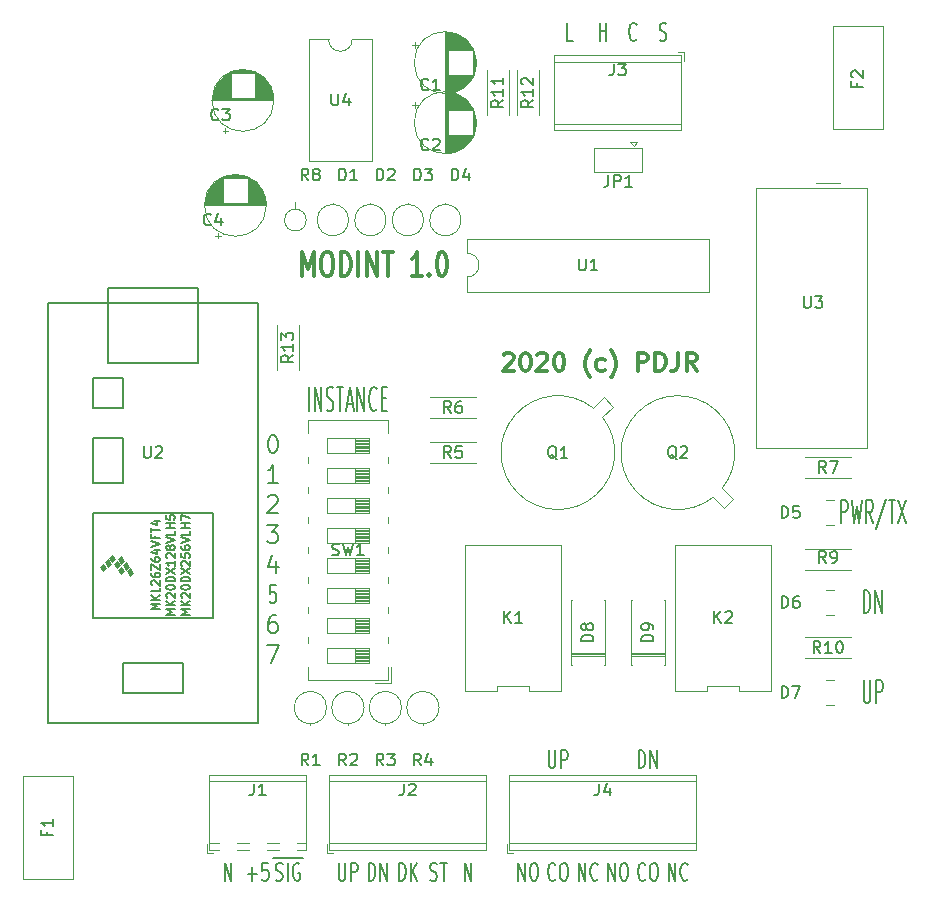
<source format=gto>
G04 #@! TF.GenerationSoftware,KiCad,Pcbnew,5.1.5-1.fc31*
G04 #@! TF.CreationDate,2020-08-14T16:28:45+01:00*
G04 #@! TF.ProjectId,modint-v1.0,6d6f6469-6e74-42d7-9631-2e302e6b6963,1.0*
G04 #@! TF.SameCoordinates,Original*
G04 #@! TF.FileFunction,Legend,Top*
G04 #@! TF.FilePolarity,Positive*
%FSLAX46Y46*%
G04 Gerber Fmt 4.6, Leading zero omitted, Abs format (unit mm)*
G04 Created by KiCad (PCBNEW 5.1.5-1.fc31) date 2020-08-14 16:28:45*
%MOMM*%
%LPD*%
G04 APERTURE LIST*
%ADD10C,0.150000*%
%ADD11C,0.200000*%
%ADD12C,0.300000*%
%ADD13C,0.120000*%
%ADD14C,0.100000*%
G04 APERTURE END LIST*
D10*
X158420000Y-158750000D02*
X160960000Y-158750000D01*
X171723333Y-160627142D02*
X171866190Y-160698571D01*
X172104285Y-160698571D01*
X172199523Y-160627142D01*
X172247142Y-160555714D01*
X172294761Y-160412857D01*
X172294761Y-160270000D01*
X172247142Y-160127142D01*
X172199523Y-160055714D01*
X172104285Y-159984285D01*
X171913809Y-159912857D01*
X171818571Y-159841428D01*
X171770952Y-159770000D01*
X171723333Y-159627142D01*
X171723333Y-159484285D01*
X171770952Y-159341428D01*
X171818571Y-159270000D01*
X171913809Y-159198571D01*
X172151904Y-159198571D01*
X172294761Y-159270000D01*
X172580476Y-159198571D02*
X173151904Y-159198571D01*
X172866190Y-160698571D02*
X172866190Y-159198571D01*
D11*
X158658095Y-135703571D02*
X158181904Y-135703571D01*
X158134285Y-136417857D01*
X158181904Y-136346428D01*
X158277142Y-136275000D01*
X158515238Y-136275000D01*
X158610476Y-136346428D01*
X158658095Y-136417857D01*
X158705714Y-136560714D01*
X158705714Y-136917857D01*
X158658095Y-137060714D01*
X158610476Y-137132142D01*
X158515238Y-137203571D01*
X158277142Y-137203571D01*
X158181904Y-137132142D01*
X158134285Y-137060714D01*
D10*
X181764285Y-149673571D02*
X181764285Y-150887857D01*
X181811904Y-151030714D01*
X181859523Y-151102142D01*
X181954761Y-151173571D01*
X182145238Y-151173571D01*
X182240476Y-151102142D01*
X182288095Y-151030714D01*
X182335714Y-150887857D01*
X182335714Y-149673571D01*
X182811904Y-151173571D02*
X182811904Y-149673571D01*
X183192857Y-149673571D01*
X183288095Y-149745000D01*
X183335714Y-149816428D01*
X183383333Y-149959285D01*
X183383333Y-150173571D01*
X183335714Y-150316428D01*
X183288095Y-150387857D01*
X183192857Y-150459285D01*
X182811904Y-150459285D01*
X189384285Y-151173571D02*
X189384285Y-149673571D01*
X189622380Y-149673571D01*
X189765238Y-149745000D01*
X189860476Y-149887857D01*
X189908095Y-150030714D01*
X189955714Y-150316428D01*
X189955714Y-150530714D01*
X189908095Y-150816428D01*
X189860476Y-150959285D01*
X189765238Y-151102142D01*
X189622380Y-151173571D01*
X189384285Y-151173571D01*
X190384285Y-151173571D02*
X190384285Y-149673571D01*
X190955714Y-151173571D01*
X190955714Y-149673571D01*
D11*
X157920000Y-140783571D02*
X158920000Y-140783571D01*
X158277142Y-142283571D01*
X158705714Y-138243571D02*
X158420000Y-138243571D01*
X158277142Y-138315000D01*
X158205714Y-138386428D01*
X158062857Y-138600714D01*
X157991428Y-138886428D01*
X157991428Y-139457857D01*
X158062857Y-139600714D01*
X158134285Y-139672142D01*
X158277142Y-139743571D01*
X158562857Y-139743571D01*
X158705714Y-139672142D01*
X158777142Y-139600714D01*
X158848571Y-139457857D01*
X158848571Y-139100714D01*
X158777142Y-138957857D01*
X158705714Y-138886428D01*
X158562857Y-138815000D01*
X158277142Y-138815000D01*
X158134285Y-138886428D01*
X158062857Y-138957857D01*
X157991428Y-139100714D01*
X158705714Y-133663571D02*
X158705714Y-134663571D01*
X158348571Y-133092142D02*
X157991428Y-134163571D01*
X158920000Y-134163571D01*
D12*
X177950714Y-116161428D02*
X178022142Y-116090000D01*
X178165000Y-116018571D01*
X178522142Y-116018571D01*
X178665000Y-116090000D01*
X178736428Y-116161428D01*
X178807857Y-116304285D01*
X178807857Y-116447142D01*
X178736428Y-116661428D01*
X177879285Y-117518571D01*
X178807857Y-117518571D01*
X179736428Y-116018571D02*
X179879285Y-116018571D01*
X180022142Y-116090000D01*
X180093571Y-116161428D01*
X180165000Y-116304285D01*
X180236428Y-116590000D01*
X180236428Y-116947142D01*
X180165000Y-117232857D01*
X180093571Y-117375714D01*
X180022142Y-117447142D01*
X179879285Y-117518571D01*
X179736428Y-117518571D01*
X179593571Y-117447142D01*
X179522142Y-117375714D01*
X179450714Y-117232857D01*
X179379285Y-116947142D01*
X179379285Y-116590000D01*
X179450714Y-116304285D01*
X179522142Y-116161428D01*
X179593571Y-116090000D01*
X179736428Y-116018571D01*
X180807857Y-116161428D02*
X180879285Y-116090000D01*
X181022142Y-116018571D01*
X181379285Y-116018571D01*
X181522142Y-116090000D01*
X181593571Y-116161428D01*
X181665000Y-116304285D01*
X181665000Y-116447142D01*
X181593571Y-116661428D01*
X180736428Y-117518571D01*
X181665000Y-117518571D01*
X182593571Y-116018571D02*
X182736428Y-116018571D01*
X182879285Y-116090000D01*
X182950714Y-116161428D01*
X183022142Y-116304285D01*
X183093571Y-116590000D01*
X183093571Y-116947142D01*
X183022142Y-117232857D01*
X182950714Y-117375714D01*
X182879285Y-117447142D01*
X182736428Y-117518571D01*
X182593571Y-117518571D01*
X182450714Y-117447142D01*
X182379285Y-117375714D01*
X182307857Y-117232857D01*
X182236428Y-116947142D01*
X182236428Y-116590000D01*
X182307857Y-116304285D01*
X182379285Y-116161428D01*
X182450714Y-116090000D01*
X182593571Y-116018571D01*
X185307857Y-118090000D02*
X185236428Y-118018571D01*
X185093571Y-117804285D01*
X185022142Y-117661428D01*
X184950714Y-117447142D01*
X184879285Y-117090000D01*
X184879285Y-116804285D01*
X184950714Y-116447142D01*
X185022142Y-116232857D01*
X185093571Y-116090000D01*
X185236428Y-115875714D01*
X185307857Y-115804285D01*
X186522142Y-117447142D02*
X186379285Y-117518571D01*
X186093571Y-117518571D01*
X185950714Y-117447142D01*
X185879285Y-117375714D01*
X185807857Y-117232857D01*
X185807857Y-116804285D01*
X185879285Y-116661428D01*
X185950714Y-116590000D01*
X186093571Y-116518571D01*
X186379285Y-116518571D01*
X186522142Y-116590000D01*
X187022142Y-118090000D02*
X187093571Y-118018571D01*
X187236428Y-117804285D01*
X187307857Y-117661428D01*
X187379285Y-117447142D01*
X187450714Y-117090000D01*
X187450714Y-116804285D01*
X187379285Y-116447142D01*
X187307857Y-116232857D01*
X187236428Y-116090000D01*
X187093571Y-115875714D01*
X187022142Y-115804285D01*
X189307857Y-117518571D02*
X189307857Y-116018571D01*
X189879285Y-116018571D01*
X190022142Y-116090000D01*
X190093571Y-116161428D01*
X190165000Y-116304285D01*
X190165000Y-116518571D01*
X190093571Y-116661428D01*
X190022142Y-116732857D01*
X189879285Y-116804285D01*
X189307857Y-116804285D01*
X190807857Y-117518571D02*
X190807857Y-116018571D01*
X191165000Y-116018571D01*
X191379285Y-116090000D01*
X191522142Y-116232857D01*
X191593571Y-116375714D01*
X191665000Y-116661428D01*
X191665000Y-116875714D01*
X191593571Y-117161428D01*
X191522142Y-117304285D01*
X191379285Y-117447142D01*
X191165000Y-117518571D01*
X190807857Y-117518571D01*
X192736428Y-116018571D02*
X192736428Y-117090000D01*
X192665000Y-117304285D01*
X192522142Y-117447142D01*
X192307857Y-117518571D01*
X192165000Y-117518571D01*
X194307857Y-117518571D02*
X193807857Y-116804285D01*
X193450714Y-117518571D02*
X193450714Y-116018571D01*
X194022142Y-116018571D01*
X194165000Y-116090000D01*
X194236428Y-116161428D01*
X194307857Y-116304285D01*
X194307857Y-116518571D01*
X194236428Y-116661428D01*
X194165000Y-116732857D01*
X194022142Y-116804285D01*
X193450714Y-116804285D01*
D11*
X157920000Y-130623571D02*
X158848571Y-130623571D01*
X158348571Y-131195000D01*
X158562857Y-131195000D01*
X158705714Y-131266428D01*
X158777142Y-131337857D01*
X158848571Y-131480714D01*
X158848571Y-131837857D01*
X158777142Y-131980714D01*
X158705714Y-132052142D01*
X158562857Y-132123571D01*
X158134285Y-132123571D01*
X157991428Y-132052142D01*
X157920000Y-131980714D01*
X157991428Y-128226428D02*
X158062857Y-128155000D01*
X158205714Y-128083571D01*
X158562857Y-128083571D01*
X158705714Y-128155000D01*
X158777142Y-128226428D01*
X158848571Y-128369285D01*
X158848571Y-128512142D01*
X158777142Y-128726428D01*
X157920000Y-129583571D01*
X158848571Y-129583571D01*
D10*
X174644285Y-160698571D02*
X174644285Y-159198571D01*
X175215714Y-160698571D01*
X175215714Y-159198571D01*
D12*
X160877142Y-109489761D02*
X160877142Y-107489761D01*
X161377142Y-108918333D01*
X161877142Y-107489761D01*
X161877142Y-109489761D01*
X162877142Y-107489761D02*
X163162857Y-107489761D01*
X163305714Y-107585000D01*
X163448571Y-107775476D01*
X163520000Y-108156428D01*
X163520000Y-108823095D01*
X163448571Y-109204047D01*
X163305714Y-109394523D01*
X163162857Y-109489761D01*
X162877142Y-109489761D01*
X162734285Y-109394523D01*
X162591428Y-109204047D01*
X162520000Y-108823095D01*
X162520000Y-108156428D01*
X162591428Y-107775476D01*
X162734285Y-107585000D01*
X162877142Y-107489761D01*
X164162857Y-109489761D02*
X164162857Y-107489761D01*
X164520000Y-107489761D01*
X164734285Y-107585000D01*
X164877142Y-107775476D01*
X164948571Y-107965952D01*
X165020000Y-108346904D01*
X165020000Y-108632619D01*
X164948571Y-109013571D01*
X164877142Y-109204047D01*
X164734285Y-109394523D01*
X164520000Y-109489761D01*
X164162857Y-109489761D01*
X165662857Y-109489761D02*
X165662857Y-107489761D01*
X166377142Y-109489761D02*
X166377142Y-107489761D01*
X167234285Y-109489761D01*
X167234285Y-107489761D01*
X167734285Y-107489761D02*
X168591428Y-107489761D01*
X168162857Y-109489761D02*
X168162857Y-107489761D01*
X171020000Y-109489761D02*
X170162857Y-109489761D01*
X170591428Y-109489761D02*
X170591428Y-107489761D01*
X170448571Y-107775476D01*
X170305714Y-107965952D01*
X170162857Y-108061190D01*
X171662857Y-109299285D02*
X171734285Y-109394523D01*
X171662857Y-109489761D01*
X171591428Y-109394523D01*
X171662857Y-109299285D01*
X171662857Y-109489761D01*
X172662857Y-107489761D02*
X172805714Y-107489761D01*
X172948571Y-107585000D01*
X173020000Y-107680238D01*
X173091428Y-107870714D01*
X173162857Y-108251666D01*
X173162857Y-108727857D01*
X173091428Y-109108809D01*
X173020000Y-109299285D01*
X172948571Y-109394523D01*
X172805714Y-109489761D01*
X172662857Y-109489761D01*
X172520000Y-109394523D01*
X172448571Y-109299285D01*
X172377142Y-109108809D01*
X172305714Y-108727857D01*
X172305714Y-108251666D01*
X172377142Y-107870714D01*
X172448571Y-107680238D01*
X172520000Y-107585000D01*
X172662857Y-107489761D01*
D11*
X183809523Y-89578571D02*
X183333333Y-89578571D01*
X183333333Y-88078571D01*
X186074285Y-89578571D02*
X186074285Y-88078571D01*
X186074285Y-88792857D02*
X186645714Y-88792857D01*
X186645714Y-89578571D02*
X186645714Y-88078571D01*
X191154285Y-89507142D02*
X191297142Y-89578571D01*
X191535238Y-89578571D01*
X191630476Y-89507142D01*
X191678095Y-89435714D01*
X191725714Y-89292857D01*
X191725714Y-89150000D01*
X191678095Y-89007142D01*
X191630476Y-88935714D01*
X191535238Y-88864285D01*
X191344761Y-88792857D01*
X191249523Y-88721428D01*
X191201904Y-88650000D01*
X191154285Y-88507142D01*
X191154285Y-88364285D01*
X191201904Y-88221428D01*
X191249523Y-88150000D01*
X191344761Y-88078571D01*
X191582857Y-88078571D01*
X191725714Y-88150000D01*
X189209523Y-89435714D02*
X189161904Y-89507142D01*
X189019047Y-89578571D01*
X188923809Y-89578571D01*
X188780952Y-89507142D01*
X188685714Y-89364285D01*
X188638095Y-89221428D01*
X188590476Y-88935714D01*
X188590476Y-88721428D01*
X188638095Y-88435714D01*
X188685714Y-88292857D01*
X188780952Y-88150000D01*
X188923809Y-88078571D01*
X189019047Y-88078571D01*
X189161904Y-88150000D01*
X189209523Y-88221428D01*
D10*
X186820476Y-160698571D02*
X186820476Y-159198571D01*
X187391904Y-160698571D01*
X187391904Y-159198571D01*
X188058571Y-159198571D02*
X188249047Y-159198571D01*
X188344285Y-159270000D01*
X188439523Y-159412857D01*
X188487142Y-159698571D01*
X188487142Y-160198571D01*
X188439523Y-160484285D01*
X188344285Y-160627142D01*
X188249047Y-160698571D01*
X188058571Y-160698571D01*
X187963333Y-160627142D01*
X187868095Y-160484285D01*
X187820476Y-160198571D01*
X187820476Y-159698571D01*
X187868095Y-159412857D01*
X187963333Y-159270000D01*
X188058571Y-159198571D01*
X189955714Y-160555714D02*
X189908095Y-160627142D01*
X189765238Y-160698571D01*
X189670000Y-160698571D01*
X189527142Y-160627142D01*
X189431904Y-160484285D01*
X189384285Y-160341428D01*
X189336666Y-160055714D01*
X189336666Y-159841428D01*
X189384285Y-159555714D01*
X189431904Y-159412857D01*
X189527142Y-159270000D01*
X189670000Y-159198571D01*
X189765238Y-159198571D01*
X189908095Y-159270000D01*
X189955714Y-159341428D01*
X190574761Y-159198571D02*
X190765238Y-159198571D01*
X190860476Y-159270000D01*
X190955714Y-159412857D01*
X191003333Y-159698571D01*
X191003333Y-160198571D01*
X190955714Y-160484285D01*
X190860476Y-160627142D01*
X190765238Y-160698571D01*
X190574761Y-160698571D01*
X190479523Y-160627142D01*
X190384285Y-160484285D01*
X190336666Y-160198571D01*
X190336666Y-159698571D01*
X190384285Y-159412857D01*
X190479523Y-159270000D01*
X190574761Y-159198571D01*
X191924285Y-160698571D02*
X191924285Y-159198571D01*
X192495714Y-160698571D01*
X192495714Y-159198571D01*
X193543333Y-160555714D02*
X193495714Y-160627142D01*
X193352857Y-160698571D01*
X193257619Y-160698571D01*
X193114761Y-160627142D01*
X193019523Y-160484285D01*
X192971904Y-160341428D01*
X192924285Y-160055714D01*
X192924285Y-159841428D01*
X192971904Y-159555714D01*
X193019523Y-159412857D01*
X193114761Y-159270000D01*
X193257619Y-159198571D01*
X193352857Y-159198571D01*
X193495714Y-159270000D01*
X193543333Y-159341428D01*
X179200476Y-160698571D02*
X179200476Y-159198571D01*
X179771904Y-160698571D01*
X179771904Y-159198571D01*
X180438571Y-159198571D02*
X180629047Y-159198571D01*
X180724285Y-159270000D01*
X180819523Y-159412857D01*
X180867142Y-159698571D01*
X180867142Y-160198571D01*
X180819523Y-160484285D01*
X180724285Y-160627142D01*
X180629047Y-160698571D01*
X180438571Y-160698571D01*
X180343333Y-160627142D01*
X180248095Y-160484285D01*
X180200476Y-160198571D01*
X180200476Y-159698571D01*
X180248095Y-159412857D01*
X180343333Y-159270000D01*
X180438571Y-159198571D01*
D11*
X158848571Y-127043571D02*
X157991428Y-127043571D01*
X158420000Y-127043571D02*
X158420000Y-125543571D01*
X158277142Y-125757857D01*
X158134285Y-125900714D01*
X157991428Y-125972142D01*
D10*
X182335714Y-160555714D02*
X182288095Y-160627142D01*
X182145238Y-160698571D01*
X182050000Y-160698571D01*
X181907142Y-160627142D01*
X181811904Y-160484285D01*
X181764285Y-160341428D01*
X181716666Y-160055714D01*
X181716666Y-159841428D01*
X181764285Y-159555714D01*
X181811904Y-159412857D01*
X181907142Y-159270000D01*
X182050000Y-159198571D01*
X182145238Y-159198571D01*
X182288095Y-159270000D01*
X182335714Y-159341428D01*
X182954761Y-159198571D02*
X183145238Y-159198571D01*
X183240476Y-159270000D01*
X183335714Y-159412857D01*
X183383333Y-159698571D01*
X183383333Y-160198571D01*
X183335714Y-160484285D01*
X183240476Y-160627142D01*
X183145238Y-160698571D01*
X182954761Y-160698571D01*
X182859523Y-160627142D01*
X182764285Y-160484285D01*
X182716666Y-160198571D01*
X182716666Y-159698571D01*
X182764285Y-159412857D01*
X182859523Y-159270000D01*
X182954761Y-159198571D01*
X184304285Y-160698571D02*
X184304285Y-159198571D01*
X184875714Y-160698571D01*
X184875714Y-159198571D01*
X185923333Y-160555714D02*
X185875714Y-160627142D01*
X185732857Y-160698571D01*
X185637619Y-160698571D01*
X185494761Y-160627142D01*
X185399523Y-160484285D01*
X185351904Y-160341428D01*
X185304285Y-160055714D01*
X185304285Y-159841428D01*
X185351904Y-159555714D01*
X185399523Y-159412857D01*
X185494761Y-159270000D01*
X185637619Y-159198571D01*
X185732857Y-159198571D01*
X185875714Y-159270000D01*
X185923333Y-159341428D01*
D11*
X158348571Y-123003571D02*
X158491428Y-123003571D01*
X158634285Y-123075000D01*
X158705714Y-123146428D01*
X158777142Y-123289285D01*
X158848571Y-123575000D01*
X158848571Y-123932142D01*
X158777142Y-124217857D01*
X158705714Y-124360714D01*
X158634285Y-124432142D01*
X158491428Y-124503571D01*
X158348571Y-124503571D01*
X158205714Y-124432142D01*
X158134285Y-124360714D01*
X158062857Y-124217857D01*
X157991428Y-123932142D01*
X157991428Y-123575000D01*
X158062857Y-123289285D01*
X158134285Y-123146428D01*
X158205714Y-123075000D01*
X158348571Y-123003571D01*
D10*
X169088095Y-160698571D02*
X169088095Y-159198571D01*
X169326190Y-159198571D01*
X169469047Y-159270000D01*
X169564285Y-159412857D01*
X169611904Y-159555714D01*
X169659523Y-159841428D01*
X169659523Y-160055714D01*
X169611904Y-160341428D01*
X169564285Y-160484285D01*
X169469047Y-160627142D01*
X169326190Y-160698571D01*
X169088095Y-160698571D01*
X170088095Y-160698571D02*
X170088095Y-159198571D01*
X170659523Y-160698571D02*
X170230952Y-159841428D01*
X170659523Y-159198571D02*
X170088095Y-160055714D01*
X166524285Y-160698571D02*
X166524285Y-159198571D01*
X166762380Y-159198571D01*
X166905238Y-159270000D01*
X167000476Y-159412857D01*
X167048095Y-159555714D01*
X167095714Y-159841428D01*
X167095714Y-160055714D01*
X167048095Y-160341428D01*
X167000476Y-160484285D01*
X166905238Y-160627142D01*
X166762380Y-160698571D01*
X166524285Y-160698571D01*
X167524285Y-160698571D02*
X167524285Y-159198571D01*
X168095714Y-160698571D01*
X168095714Y-159198571D01*
X163984285Y-159198571D02*
X163984285Y-160412857D01*
X164031904Y-160555714D01*
X164079523Y-160627142D01*
X164174761Y-160698571D01*
X164365238Y-160698571D01*
X164460476Y-160627142D01*
X164508095Y-160555714D01*
X164555714Y-160412857D01*
X164555714Y-159198571D01*
X165031904Y-160698571D02*
X165031904Y-159198571D01*
X165412857Y-159198571D01*
X165508095Y-159270000D01*
X165555714Y-159341428D01*
X165603333Y-159484285D01*
X165603333Y-159698571D01*
X165555714Y-159841428D01*
X165508095Y-159912857D01*
X165412857Y-159984285D01*
X165031904Y-159984285D01*
X158666190Y-160627142D02*
X158809047Y-160698571D01*
X159047142Y-160698571D01*
X159142380Y-160627142D01*
X159190000Y-160555714D01*
X159237619Y-160412857D01*
X159237619Y-160270000D01*
X159190000Y-160127142D01*
X159142380Y-160055714D01*
X159047142Y-159984285D01*
X158856666Y-159912857D01*
X158761428Y-159841428D01*
X158713809Y-159770000D01*
X158666190Y-159627142D01*
X158666190Y-159484285D01*
X158713809Y-159341428D01*
X158761428Y-159270000D01*
X158856666Y-159198571D01*
X159094761Y-159198571D01*
X159237619Y-159270000D01*
X159666190Y-160698571D02*
X159666190Y-159198571D01*
X160666190Y-159270000D02*
X160570952Y-159198571D01*
X160428095Y-159198571D01*
X160285238Y-159270000D01*
X160190000Y-159412857D01*
X160142380Y-159555714D01*
X160094761Y-159841428D01*
X160094761Y-160055714D01*
X160142380Y-160341428D01*
X160190000Y-160484285D01*
X160285238Y-160627142D01*
X160428095Y-160698571D01*
X160523333Y-160698571D01*
X160666190Y-160627142D01*
X160713809Y-160555714D01*
X160713809Y-160055714D01*
X160523333Y-160055714D01*
X154324285Y-160698571D02*
X154324285Y-159198571D01*
X154895714Y-160698571D01*
X154895714Y-159198571D01*
X156292857Y-160127142D02*
X157054761Y-160127142D01*
X156673809Y-160698571D02*
X156673809Y-159555714D01*
X158007142Y-159198571D02*
X157530952Y-159198571D01*
X157483333Y-159912857D01*
X157530952Y-159841428D01*
X157626190Y-159770000D01*
X157864285Y-159770000D01*
X157959523Y-159841428D01*
X158007142Y-159912857D01*
X158054761Y-160055714D01*
X158054761Y-160412857D01*
X158007142Y-160555714D01*
X157959523Y-160627142D01*
X157864285Y-160698571D01*
X157626190Y-160698571D01*
X157530952Y-160627142D01*
X157483333Y-160555714D01*
D13*
X153050000Y-157540000D02*
X153820000Y-157540000D01*
X155400000Y-157540000D02*
X156360000Y-157540000D01*
X157940000Y-157540000D02*
X158900000Y-157540000D01*
X160480000Y-157540000D02*
X161250000Y-157540000D01*
X153050000Y-152240000D02*
X161250000Y-152240000D01*
X153050000Y-151780000D02*
X161250000Y-151780000D01*
X153050000Y-158100000D02*
X153820000Y-158100000D01*
X155400000Y-158100000D02*
X156360000Y-158100000D01*
X157940000Y-158100000D02*
X158900000Y-158100000D01*
X160480000Y-158100000D02*
X161250000Y-158100000D01*
X153050000Y-151780000D02*
X153050000Y-158100000D01*
X161250000Y-151780000D02*
X161250000Y-158100000D01*
X152810000Y-157600000D02*
X152810000Y-158340000D01*
X152810000Y-158340000D02*
X153310000Y-158340000D01*
X170450225Y-89715000D02*
X170450225Y-90215000D01*
X170200225Y-89965000D02*
X170700225Y-89965000D01*
X175606000Y-91156000D02*
X175606000Y-91724000D01*
X175566000Y-90922000D02*
X175566000Y-91958000D01*
X175526000Y-90763000D02*
X175526000Y-92117000D01*
X175486000Y-90635000D02*
X175486000Y-92245000D01*
X175446000Y-90525000D02*
X175446000Y-92355000D01*
X175406000Y-90429000D02*
X175406000Y-92451000D01*
X175366000Y-90342000D02*
X175366000Y-92538000D01*
X175326000Y-90262000D02*
X175326000Y-92618000D01*
X175286000Y-92480000D02*
X175286000Y-92691000D01*
X175286000Y-90189000D02*
X175286000Y-90400000D01*
X175246000Y-92480000D02*
X175246000Y-92759000D01*
X175246000Y-90121000D02*
X175246000Y-90400000D01*
X175206000Y-92480000D02*
X175206000Y-92823000D01*
X175206000Y-90057000D02*
X175206000Y-90400000D01*
X175166000Y-92480000D02*
X175166000Y-92883000D01*
X175166000Y-89997000D02*
X175166000Y-90400000D01*
X175126000Y-92480000D02*
X175126000Y-92940000D01*
X175126000Y-89940000D02*
X175126000Y-90400000D01*
X175086000Y-92480000D02*
X175086000Y-92994000D01*
X175086000Y-89886000D02*
X175086000Y-90400000D01*
X175046000Y-92480000D02*
X175046000Y-93045000D01*
X175046000Y-89835000D02*
X175046000Y-90400000D01*
X175006000Y-92480000D02*
X175006000Y-93093000D01*
X175006000Y-89787000D02*
X175006000Y-90400000D01*
X174966000Y-92480000D02*
X174966000Y-93139000D01*
X174966000Y-89741000D02*
X174966000Y-90400000D01*
X174926000Y-92480000D02*
X174926000Y-93183000D01*
X174926000Y-89697000D02*
X174926000Y-90400000D01*
X174886000Y-92480000D02*
X174886000Y-93225000D01*
X174886000Y-89655000D02*
X174886000Y-90400000D01*
X174846000Y-92480000D02*
X174846000Y-93266000D01*
X174846000Y-89614000D02*
X174846000Y-90400000D01*
X174806000Y-92480000D02*
X174806000Y-93304000D01*
X174806000Y-89576000D02*
X174806000Y-90400000D01*
X174766000Y-92480000D02*
X174766000Y-93341000D01*
X174766000Y-89539000D02*
X174766000Y-90400000D01*
X174726000Y-92480000D02*
X174726000Y-93377000D01*
X174726000Y-89503000D02*
X174726000Y-90400000D01*
X174686000Y-92480000D02*
X174686000Y-93411000D01*
X174686000Y-89469000D02*
X174686000Y-90400000D01*
X174646000Y-92480000D02*
X174646000Y-93444000D01*
X174646000Y-89436000D02*
X174646000Y-90400000D01*
X174606000Y-92480000D02*
X174606000Y-93475000D01*
X174606000Y-89405000D02*
X174606000Y-90400000D01*
X174566000Y-92480000D02*
X174566000Y-93505000D01*
X174566000Y-89375000D02*
X174566000Y-90400000D01*
X174526000Y-92480000D02*
X174526000Y-93535000D01*
X174526000Y-89345000D02*
X174526000Y-90400000D01*
X174486000Y-92480000D02*
X174486000Y-93562000D01*
X174486000Y-89318000D02*
X174486000Y-90400000D01*
X174446000Y-92480000D02*
X174446000Y-93589000D01*
X174446000Y-89291000D02*
X174446000Y-90400000D01*
X174406000Y-92480000D02*
X174406000Y-93615000D01*
X174406000Y-89265000D02*
X174406000Y-90400000D01*
X174366000Y-92480000D02*
X174366000Y-93640000D01*
X174366000Y-89240000D02*
X174366000Y-90400000D01*
X174326000Y-92480000D02*
X174326000Y-93664000D01*
X174326000Y-89216000D02*
X174326000Y-90400000D01*
X174286000Y-92480000D02*
X174286000Y-93687000D01*
X174286000Y-89193000D02*
X174286000Y-90400000D01*
X174246000Y-92480000D02*
X174246000Y-93708000D01*
X174246000Y-89172000D02*
X174246000Y-90400000D01*
X174206000Y-92480000D02*
X174206000Y-93730000D01*
X174206000Y-89150000D02*
X174206000Y-90400000D01*
X174166000Y-92480000D02*
X174166000Y-93750000D01*
X174166000Y-89130000D02*
X174166000Y-90400000D01*
X174126000Y-92480000D02*
X174126000Y-93769000D01*
X174126000Y-89111000D02*
X174126000Y-90400000D01*
X174086000Y-92480000D02*
X174086000Y-93788000D01*
X174086000Y-89092000D02*
X174086000Y-90400000D01*
X174046000Y-92480000D02*
X174046000Y-93805000D01*
X174046000Y-89075000D02*
X174046000Y-90400000D01*
X174006000Y-92480000D02*
X174006000Y-93822000D01*
X174006000Y-89058000D02*
X174006000Y-90400000D01*
X173966000Y-92480000D02*
X173966000Y-93838000D01*
X173966000Y-89042000D02*
X173966000Y-90400000D01*
X173926000Y-92480000D02*
X173926000Y-93854000D01*
X173926000Y-89026000D02*
X173926000Y-90400000D01*
X173886000Y-92480000D02*
X173886000Y-93868000D01*
X173886000Y-89012000D02*
X173886000Y-90400000D01*
X173846000Y-92480000D02*
X173846000Y-93882000D01*
X173846000Y-88998000D02*
X173846000Y-90400000D01*
X173806000Y-92480000D02*
X173806000Y-93895000D01*
X173806000Y-88985000D02*
X173806000Y-90400000D01*
X173766000Y-92480000D02*
X173766000Y-93908000D01*
X173766000Y-88972000D02*
X173766000Y-90400000D01*
X173726000Y-92480000D02*
X173726000Y-93920000D01*
X173726000Y-88960000D02*
X173726000Y-90400000D01*
X173685000Y-92480000D02*
X173685000Y-93931000D01*
X173685000Y-88949000D02*
X173685000Y-90400000D01*
X173645000Y-92480000D02*
X173645000Y-93941000D01*
X173645000Y-88939000D02*
X173645000Y-90400000D01*
X173605000Y-92480000D02*
X173605000Y-93951000D01*
X173605000Y-88929000D02*
X173605000Y-90400000D01*
X173565000Y-92480000D02*
X173565000Y-93960000D01*
X173565000Y-88920000D02*
X173565000Y-90400000D01*
X173525000Y-92480000D02*
X173525000Y-93968000D01*
X173525000Y-88912000D02*
X173525000Y-90400000D01*
X173485000Y-92480000D02*
X173485000Y-93976000D01*
X173485000Y-88904000D02*
X173485000Y-90400000D01*
X173445000Y-92480000D02*
X173445000Y-93983000D01*
X173445000Y-88897000D02*
X173445000Y-90400000D01*
X173405000Y-92480000D02*
X173405000Y-93990000D01*
X173405000Y-88890000D02*
X173405000Y-90400000D01*
X173365000Y-92480000D02*
X173365000Y-93996000D01*
X173365000Y-88884000D02*
X173365000Y-90400000D01*
X173325000Y-92480000D02*
X173325000Y-94001000D01*
X173325000Y-88879000D02*
X173325000Y-90400000D01*
X173285000Y-92480000D02*
X173285000Y-94005000D01*
X173285000Y-88875000D02*
X173285000Y-90400000D01*
X173245000Y-92480000D02*
X173245000Y-94009000D01*
X173245000Y-88871000D02*
X173245000Y-90400000D01*
X173205000Y-88867000D02*
X173205000Y-94013000D01*
X173165000Y-88864000D02*
X173165000Y-94016000D01*
X173125000Y-88862000D02*
X173125000Y-94018000D01*
X173085000Y-88861000D02*
X173085000Y-94019000D01*
X173045000Y-88860000D02*
X173045000Y-94020000D01*
X173005000Y-88860000D02*
X173005000Y-94020000D01*
X175625000Y-91440000D02*
G75*
G03X175625000Y-91440000I-2620000J0D01*
G01*
X188960000Y-98495000D02*
X188660000Y-98195000D01*
X189260000Y-98195000D02*
X188660000Y-98195000D01*
X188960000Y-98495000D02*
X189260000Y-98195000D01*
X189710000Y-98695000D02*
X189710000Y-100695000D01*
X185610000Y-98695000D02*
X189710000Y-98695000D01*
X185610000Y-100695000D02*
X185610000Y-98695000D01*
X189710000Y-100695000D02*
X185610000Y-100695000D01*
X160325000Y-103855000D02*
X160325000Y-103235000D01*
X161245000Y-104775000D02*
G75*
G03X161245000Y-104775000I-920000J0D01*
G01*
X153520000Y-106079775D02*
X154020000Y-106079775D01*
X153770000Y-106329775D02*
X153770000Y-105829775D01*
X154961000Y-100924000D02*
X155529000Y-100924000D01*
X154727000Y-100964000D02*
X155763000Y-100964000D01*
X154568000Y-101004000D02*
X155922000Y-101004000D01*
X154440000Y-101044000D02*
X156050000Y-101044000D01*
X154330000Y-101084000D02*
X156160000Y-101084000D01*
X154234000Y-101124000D02*
X156256000Y-101124000D01*
X154147000Y-101164000D02*
X156343000Y-101164000D01*
X154067000Y-101204000D02*
X156423000Y-101204000D01*
X156285000Y-101244000D02*
X156496000Y-101244000D01*
X153994000Y-101244000D02*
X154205000Y-101244000D01*
X156285000Y-101284000D02*
X156564000Y-101284000D01*
X153926000Y-101284000D02*
X154205000Y-101284000D01*
X156285000Y-101324000D02*
X156628000Y-101324000D01*
X153862000Y-101324000D02*
X154205000Y-101324000D01*
X156285000Y-101364000D02*
X156688000Y-101364000D01*
X153802000Y-101364000D02*
X154205000Y-101364000D01*
X156285000Y-101404000D02*
X156745000Y-101404000D01*
X153745000Y-101404000D02*
X154205000Y-101404000D01*
X156285000Y-101444000D02*
X156799000Y-101444000D01*
X153691000Y-101444000D02*
X154205000Y-101444000D01*
X156285000Y-101484000D02*
X156850000Y-101484000D01*
X153640000Y-101484000D02*
X154205000Y-101484000D01*
X156285000Y-101524000D02*
X156898000Y-101524000D01*
X153592000Y-101524000D02*
X154205000Y-101524000D01*
X156285000Y-101564000D02*
X156944000Y-101564000D01*
X153546000Y-101564000D02*
X154205000Y-101564000D01*
X156285000Y-101604000D02*
X156988000Y-101604000D01*
X153502000Y-101604000D02*
X154205000Y-101604000D01*
X156285000Y-101644000D02*
X157030000Y-101644000D01*
X153460000Y-101644000D02*
X154205000Y-101644000D01*
X156285000Y-101684000D02*
X157071000Y-101684000D01*
X153419000Y-101684000D02*
X154205000Y-101684000D01*
X156285000Y-101724000D02*
X157109000Y-101724000D01*
X153381000Y-101724000D02*
X154205000Y-101724000D01*
X156285000Y-101764000D02*
X157146000Y-101764000D01*
X153344000Y-101764000D02*
X154205000Y-101764000D01*
X156285000Y-101804000D02*
X157182000Y-101804000D01*
X153308000Y-101804000D02*
X154205000Y-101804000D01*
X156285000Y-101844000D02*
X157216000Y-101844000D01*
X153274000Y-101844000D02*
X154205000Y-101844000D01*
X156285000Y-101884000D02*
X157249000Y-101884000D01*
X153241000Y-101884000D02*
X154205000Y-101884000D01*
X156285000Y-101924000D02*
X157280000Y-101924000D01*
X153210000Y-101924000D02*
X154205000Y-101924000D01*
X156285000Y-101964000D02*
X157310000Y-101964000D01*
X153180000Y-101964000D02*
X154205000Y-101964000D01*
X156285000Y-102004000D02*
X157340000Y-102004000D01*
X153150000Y-102004000D02*
X154205000Y-102004000D01*
X156285000Y-102044000D02*
X157367000Y-102044000D01*
X153123000Y-102044000D02*
X154205000Y-102044000D01*
X156285000Y-102084000D02*
X157394000Y-102084000D01*
X153096000Y-102084000D02*
X154205000Y-102084000D01*
X156285000Y-102124000D02*
X157420000Y-102124000D01*
X153070000Y-102124000D02*
X154205000Y-102124000D01*
X156285000Y-102164000D02*
X157445000Y-102164000D01*
X153045000Y-102164000D02*
X154205000Y-102164000D01*
X156285000Y-102204000D02*
X157469000Y-102204000D01*
X153021000Y-102204000D02*
X154205000Y-102204000D01*
X156285000Y-102244000D02*
X157492000Y-102244000D01*
X152998000Y-102244000D02*
X154205000Y-102244000D01*
X156285000Y-102284000D02*
X157513000Y-102284000D01*
X152977000Y-102284000D02*
X154205000Y-102284000D01*
X156285000Y-102324000D02*
X157535000Y-102324000D01*
X152955000Y-102324000D02*
X154205000Y-102324000D01*
X156285000Y-102364000D02*
X157555000Y-102364000D01*
X152935000Y-102364000D02*
X154205000Y-102364000D01*
X156285000Y-102404000D02*
X157574000Y-102404000D01*
X152916000Y-102404000D02*
X154205000Y-102404000D01*
X156285000Y-102444000D02*
X157593000Y-102444000D01*
X152897000Y-102444000D02*
X154205000Y-102444000D01*
X156285000Y-102484000D02*
X157610000Y-102484000D01*
X152880000Y-102484000D02*
X154205000Y-102484000D01*
X156285000Y-102524000D02*
X157627000Y-102524000D01*
X152863000Y-102524000D02*
X154205000Y-102524000D01*
X156285000Y-102564000D02*
X157643000Y-102564000D01*
X152847000Y-102564000D02*
X154205000Y-102564000D01*
X156285000Y-102604000D02*
X157659000Y-102604000D01*
X152831000Y-102604000D02*
X154205000Y-102604000D01*
X156285000Y-102644000D02*
X157673000Y-102644000D01*
X152817000Y-102644000D02*
X154205000Y-102644000D01*
X156285000Y-102684000D02*
X157687000Y-102684000D01*
X152803000Y-102684000D02*
X154205000Y-102684000D01*
X156285000Y-102724000D02*
X157700000Y-102724000D01*
X152790000Y-102724000D02*
X154205000Y-102724000D01*
X156285000Y-102764000D02*
X157713000Y-102764000D01*
X152777000Y-102764000D02*
X154205000Y-102764000D01*
X156285000Y-102804000D02*
X157725000Y-102804000D01*
X152765000Y-102804000D02*
X154205000Y-102804000D01*
X156285000Y-102845000D02*
X157736000Y-102845000D01*
X152754000Y-102845000D02*
X154205000Y-102845000D01*
X156285000Y-102885000D02*
X157746000Y-102885000D01*
X152744000Y-102885000D02*
X154205000Y-102885000D01*
X156285000Y-102925000D02*
X157756000Y-102925000D01*
X152734000Y-102925000D02*
X154205000Y-102925000D01*
X156285000Y-102965000D02*
X157765000Y-102965000D01*
X152725000Y-102965000D02*
X154205000Y-102965000D01*
X156285000Y-103005000D02*
X157773000Y-103005000D01*
X152717000Y-103005000D02*
X154205000Y-103005000D01*
X156285000Y-103045000D02*
X157781000Y-103045000D01*
X152709000Y-103045000D02*
X154205000Y-103045000D01*
X156285000Y-103085000D02*
X157788000Y-103085000D01*
X152702000Y-103085000D02*
X154205000Y-103085000D01*
X156285000Y-103125000D02*
X157795000Y-103125000D01*
X152695000Y-103125000D02*
X154205000Y-103125000D01*
X156285000Y-103165000D02*
X157801000Y-103165000D01*
X152689000Y-103165000D02*
X154205000Y-103165000D01*
X156285000Y-103205000D02*
X157806000Y-103205000D01*
X152684000Y-103205000D02*
X154205000Y-103205000D01*
X156285000Y-103245000D02*
X157810000Y-103245000D01*
X152680000Y-103245000D02*
X154205000Y-103245000D01*
X156285000Y-103285000D02*
X157814000Y-103285000D01*
X152676000Y-103285000D02*
X154205000Y-103285000D01*
X152672000Y-103325000D02*
X157818000Y-103325000D01*
X152669000Y-103365000D02*
X157821000Y-103365000D01*
X152667000Y-103405000D02*
X157823000Y-103405000D01*
X152666000Y-103445000D02*
X157824000Y-103445000D01*
X152665000Y-103485000D02*
X157825000Y-103485000D01*
X152665000Y-103525000D02*
X157825000Y-103525000D01*
X157865000Y-103525000D02*
G75*
G03X157865000Y-103525000I-2620000J0D01*
G01*
X154155000Y-97189775D02*
X154655000Y-97189775D01*
X154405000Y-97439775D02*
X154405000Y-96939775D01*
X155596000Y-92034000D02*
X156164000Y-92034000D01*
X155362000Y-92074000D02*
X156398000Y-92074000D01*
X155203000Y-92114000D02*
X156557000Y-92114000D01*
X155075000Y-92154000D02*
X156685000Y-92154000D01*
X154965000Y-92194000D02*
X156795000Y-92194000D01*
X154869000Y-92234000D02*
X156891000Y-92234000D01*
X154782000Y-92274000D02*
X156978000Y-92274000D01*
X154702000Y-92314000D02*
X157058000Y-92314000D01*
X156920000Y-92354000D02*
X157131000Y-92354000D01*
X154629000Y-92354000D02*
X154840000Y-92354000D01*
X156920000Y-92394000D02*
X157199000Y-92394000D01*
X154561000Y-92394000D02*
X154840000Y-92394000D01*
X156920000Y-92434000D02*
X157263000Y-92434000D01*
X154497000Y-92434000D02*
X154840000Y-92434000D01*
X156920000Y-92474000D02*
X157323000Y-92474000D01*
X154437000Y-92474000D02*
X154840000Y-92474000D01*
X156920000Y-92514000D02*
X157380000Y-92514000D01*
X154380000Y-92514000D02*
X154840000Y-92514000D01*
X156920000Y-92554000D02*
X157434000Y-92554000D01*
X154326000Y-92554000D02*
X154840000Y-92554000D01*
X156920000Y-92594000D02*
X157485000Y-92594000D01*
X154275000Y-92594000D02*
X154840000Y-92594000D01*
X156920000Y-92634000D02*
X157533000Y-92634000D01*
X154227000Y-92634000D02*
X154840000Y-92634000D01*
X156920000Y-92674000D02*
X157579000Y-92674000D01*
X154181000Y-92674000D02*
X154840000Y-92674000D01*
X156920000Y-92714000D02*
X157623000Y-92714000D01*
X154137000Y-92714000D02*
X154840000Y-92714000D01*
X156920000Y-92754000D02*
X157665000Y-92754000D01*
X154095000Y-92754000D02*
X154840000Y-92754000D01*
X156920000Y-92794000D02*
X157706000Y-92794000D01*
X154054000Y-92794000D02*
X154840000Y-92794000D01*
X156920000Y-92834000D02*
X157744000Y-92834000D01*
X154016000Y-92834000D02*
X154840000Y-92834000D01*
X156920000Y-92874000D02*
X157781000Y-92874000D01*
X153979000Y-92874000D02*
X154840000Y-92874000D01*
X156920000Y-92914000D02*
X157817000Y-92914000D01*
X153943000Y-92914000D02*
X154840000Y-92914000D01*
X156920000Y-92954000D02*
X157851000Y-92954000D01*
X153909000Y-92954000D02*
X154840000Y-92954000D01*
X156920000Y-92994000D02*
X157884000Y-92994000D01*
X153876000Y-92994000D02*
X154840000Y-92994000D01*
X156920000Y-93034000D02*
X157915000Y-93034000D01*
X153845000Y-93034000D02*
X154840000Y-93034000D01*
X156920000Y-93074000D02*
X157945000Y-93074000D01*
X153815000Y-93074000D02*
X154840000Y-93074000D01*
X156920000Y-93114000D02*
X157975000Y-93114000D01*
X153785000Y-93114000D02*
X154840000Y-93114000D01*
X156920000Y-93154000D02*
X158002000Y-93154000D01*
X153758000Y-93154000D02*
X154840000Y-93154000D01*
X156920000Y-93194000D02*
X158029000Y-93194000D01*
X153731000Y-93194000D02*
X154840000Y-93194000D01*
X156920000Y-93234000D02*
X158055000Y-93234000D01*
X153705000Y-93234000D02*
X154840000Y-93234000D01*
X156920000Y-93274000D02*
X158080000Y-93274000D01*
X153680000Y-93274000D02*
X154840000Y-93274000D01*
X156920000Y-93314000D02*
X158104000Y-93314000D01*
X153656000Y-93314000D02*
X154840000Y-93314000D01*
X156920000Y-93354000D02*
X158127000Y-93354000D01*
X153633000Y-93354000D02*
X154840000Y-93354000D01*
X156920000Y-93394000D02*
X158148000Y-93394000D01*
X153612000Y-93394000D02*
X154840000Y-93394000D01*
X156920000Y-93434000D02*
X158170000Y-93434000D01*
X153590000Y-93434000D02*
X154840000Y-93434000D01*
X156920000Y-93474000D02*
X158190000Y-93474000D01*
X153570000Y-93474000D02*
X154840000Y-93474000D01*
X156920000Y-93514000D02*
X158209000Y-93514000D01*
X153551000Y-93514000D02*
X154840000Y-93514000D01*
X156920000Y-93554000D02*
X158228000Y-93554000D01*
X153532000Y-93554000D02*
X154840000Y-93554000D01*
X156920000Y-93594000D02*
X158245000Y-93594000D01*
X153515000Y-93594000D02*
X154840000Y-93594000D01*
X156920000Y-93634000D02*
X158262000Y-93634000D01*
X153498000Y-93634000D02*
X154840000Y-93634000D01*
X156920000Y-93674000D02*
X158278000Y-93674000D01*
X153482000Y-93674000D02*
X154840000Y-93674000D01*
X156920000Y-93714000D02*
X158294000Y-93714000D01*
X153466000Y-93714000D02*
X154840000Y-93714000D01*
X156920000Y-93754000D02*
X158308000Y-93754000D01*
X153452000Y-93754000D02*
X154840000Y-93754000D01*
X156920000Y-93794000D02*
X158322000Y-93794000D01*
X153438000Y-93794000D02*
X154840000Y-93794000D01*
X156920000Y-93834000D02*
X158335000Y-93834000D01*
X153425000Y-93834000D02*
X154840000Y-93834000D01*
X156920000Y-93874000D02*
X158348000Y-93874000D01*
X153412000Y-93874000D02*
X154840000Y-93874000D01*
X156920000Y-93914000D02*
X158360000Y-93914000D01*
X153400000Y-93914000D02*
X154840000Y-93914000D01*
X156920000Y-93955000D02*
X158371000Y-93955000D01*
X153389000Y-93955000D02*
X154840000Y-93955000D01*
X156920000Y-93995000D02*
X158381000Y-93995000D01*
X153379000Y-93995000D02*
X154840000Y-93995000D01*
X156920000Y-94035000D02*
X158391000Y-94035000D01*
X153369000Y-94035000D02*
X154840000Y-94035000D01*
X156920000Y-94075000D02*
X158400000Y-94075000D01*
X153360000Y-94075000D02*
X154840000Y-94075000D01*
X156920000Y-94115000D02*
X158408000Y-94115000D01*
X153352000Y-94115000D02*
X154840000Y-94115000D01*
X156920000Y-94155000D02*
X158416000Y-94155000D01*
X153344000Y-94155000D02*
X154840000Y-94155000D01*
X156920000Y-94195000D02*
X158423000Y-94195000D01*
X153337000Y-94195000D02*
X154840000Y-94195000D01*
X156920000Y-94235000D02*
X158430000Y-94235000D01*
X153330000Y-94235000D02*
X154840000Y-94235000D01*
X156920000Y-94275000D02*
X158436000Y-94275000D01*
X153324000Y-94275000D02*
X154840000Y-94275000D01*
X156920000Y-94315000D02*
X158441000Y-94315000D01*
X153319000Y-94315000D02*
X154840000Y-94315000D01*
X156920000Y-94355000D02*
X158445000Y-94355000D01*
X153315000Y-94355000D02*
X154840000Y-94355000D01*
X156920000Y-94395000D02*
X158449000Y-94395000D01*
X153311000Y-94395000D02*
X154840000Y-94395000D01*
X153307000Y-94435000D02*
X158453000Y-94435000D01*
X153304000Y-94475000D02*
X158456000Y-94475000D01*
X153302000Y-94515000D02*
X158458000Y-94515000D01*
X153301000Y-94555000D02*
X158459000Y-94555000D01*
X153300000Y-94595000D02*
X158460000Y-94595000D01*
X153300000Y-94635000D02*
X158460000Y-94635000D01*
X158500000Y-94635000D02*
G75*
G03X158500000Y-94635000I-2620000J0D01*
G01*
X170450225Y-94795000D02*
X170450225Y-95295000D01*
X170200225Y-95045000D02*
X170700225Y-95045000D01*
X175606000Y-96236000D02*
X175606000Y-96804000D01*
X175566000Y-96002000D02*
X175566000Y-97038000D01*
X175526000Y-95843000D02*
X175526000Y-97197000D01*
X175486000Y-95715000D02*
X175486000Y-97325000D01*
X175446000Y-95605000D02*
X175446000Y-97435000D01*
X175406000Y-95509000D02*
X175406000Y-97531000D01*
X175366000Y-95422000D02*
X175366000Y-97618000D01*
X175326000Y-95342000D02*
X175326000Y-97698000D01*
X175286000Y-97560000D02*
X175286000Y-97771000D01*
X175286000Y-95269000D02*
X175286000Y-95480000D01*
X175246000Y-97560000D02*
X175246000Y-97839000D01*
X175246000Y-95201000D02*
X175246000Y-95480000D01*
X175206000Y-97560000D02*
X175206000Y-97903000D01*
X175206000Y-95137000D02*
X175206000Y-95480000D01*
X175166000Y-97560000D02*
X175166000Y-97963000D01*
X175166000Y-95077000D02*
X175166000Y-95480000D01*
X175126000Y-97560000D02*
X175126000Y-98020000D01*
X175126000Y-95020000D02*
X175126000Y-95480000D01*
X175086000Y-97560000D02*
X175086000Y-98074000D01*
X175086000Y-94966000D02*
X175086000Y-95480000D01*
X175046000Y-97560000D02*
X175046000Y-98125000D01*
X175046000Y-94915000D02*
X175046000Y-95480000D01*
X175006000Y-97560000D02*
X175006000Y-98173000D01*
X175006000Y-94867000D02*
X175006000Y-95480000D01*
X174966000Y-97560000D02*
X174966000Y-98219000D01*
X174966000Y-94821000D02*
X174966000Y-95480000D01*
X174926000Y-97560000D02*
X174926000Y-98263000D01*
X174926000Y-94777000D02*
X174926000Y-95480000D01*
X174886000Y-97560000D02*
X174886000Y-98305000D01*
X174886000Y-94735000D02*
X174886000Y-95480000D01*
X174846000Y-97560000D02*
X174846000Y-98346000D01*
X174846000Y-94694000D02*
X174846000Y-95480000D01*
X174806000Y-97560000D02*
X174806000Y-98384000D01*
X174806000Y-94656000D02*
X174806000Y-95480000D01*
X174766000Y-97560000D02*
X174766000Y-98421000D01*
X174766000Y-94619000D02*
X174766000Y-95480000D01*
X174726000Y-97560000D02*
X174726000Y-98457000D01*
X174726000Y-94583000D02*
X174726000Y-95480000D01*
X174686000Y-97560000D02*
X174686000Y-98491000D01*
X174686000Y-94549000D02*
X174686000Y-95480000D01*
X174646000Y-97560000D02*
X174646000Y-98524000D01*
X174646000Y-94516000D02*
X174646000Y-95480000D01*
X174606000Y-97560000D02*
X174606000Y-98555000D01*
X174606000Y-94485000D02*
X174606000Y-95480000D01*
X174566000Y-97560000D02*
X174566000Y-98585000D01*
X174566000Y-94455000D02*
X174566000Y-95480000D01*
X174526000Y-97560000D02*
X174526000Y-98615000D01*
X174526000Y-94425000D02*
X174526000Y-95480000D01*
X174486000Y-97560000D02*
X174486000Y-98642000D01*
X174486000Y-94398000D02*
X174486000Y-95480000D01*
X174446000Y-97560000D02*
X174446000Y-98669000D01*
X174446000Y-94371000D02*
X174446000Y-95480000D01*
X174406000Y-97560000D02*
X174406000Y-98695000D01*
X174406000Y-94345000D02*
X174406000Y-95480000D01*
X174366000Y-97560000D02*
X174366000Y-98720000D01*
X174366000Y-94320000D02*
X174366000Y-95480000D01*
X174326000Y-97560000D02*
X174326000Y-98744000D01*
X174326000Y-94296000D02*
X174326000Y-95480000D01*
X174286000Y-97560000D02*
X174286000Y-98767000D01*
X174286000Y-94273000D02*
X174286000Y-95480000D01*
X174246000Y-97560000D02*
X174246000Y-98788000D01*
X174246000Y-94252000D02*
X174246000Y-95480000D01*
X174206000Y-97560000D02*
X174206000Y-98810000D01*
X174206000Y-94230000D02*
X174206000Y-95480000D01*
X174166000Y-97560000D02*
X174166000Y-98830000D01*
X174166000Y-94210000D02*
X174166000Y-95480000D01*
X174126000Y-97560000D02*
X174126000Y-98849000D01*
X174126000Y-94191000D02*
X174126000Y-95480000D01*
X174086000Y-97560000D02*
X174086000Y-98868000D01*
X174086000Y-94172000D02*
X174086000Y-95480000D01*
X174046000Y-97560000D02*
X174046000Y-98885000D01*
X174046000Y-94155000D02*
X174046000Y-95480000D01*
X174006000Y-97560000D02*
X174006000Y-98902000D01*
X174006000Y-94138000D02*
X174006000Y-95480000D01*
X173966000Y-97560000D02*
X173966000Y-98918000D01*
X173966000Y-94122000D02*
X173966000Y-95480000D01*
X173926000Y-97560000D02*
X173926000Y-98934000D01*
X173926000Y-94106000D02*
X173926000Y-95480000D01*
X173886000Y-97560000D02*
X173886000Y-98948000D01*
X173886000Y-94092000D02*
X173886000Y-95480000D01*
X173846000Y-97560000D02*
X173846000Y-98962000D01*
X173846000Y-94078000D02*
X173846000Y-95480000D01*
X173806000Y-97560000D02*
X173806000Y-98975000D01*
X173806000Y-94065000D02*
X173806000Y-95480000D01*
X173766000Y-97560000D02*
X173766000Y-98988000D01*
X173766000Y-94052000D02*
X173766000Y-95480000D01*
X173726000Y-97560000D02*
X173726000Y-99000000D01*
X173726000Y-94040000D02*
X173726000Y-95480000D01*
X173685000Y-97560000D02*
X173685000Y-99011000D01*
X173685000Y-94029000D02*
X173685000Y-95480000D01*
X173645000Y-97560000D02*
X173645000Y-99021000D01*
X173645000Y-94019000D02*
X173645000Y-95480000D01*
X173605000Y-97560000D02*
X173605000Y-99031000D01*
X173605000Y-94009000D02*
X173605000Y-95480000D01*
X173565000Y-97560000D02*
X173565000Y-99040000D01*
X173565000Y-94000000D02*
X173565000Y-95480000D01*
X173525000Y-97560000D02*
X173525000Y-99048000D01*
X173525000Y-93992000D02*
X173525000Y-95480000D01*
X173485000Y-97560000D02*
X173485000Y-99056000D01*
X173485000Y-93984000D02*
X173485000Y-95480000D01*
X173445000Y-97560000D02*
X173445000Y-99063000D01*
X173445000Y-93977000D02*
X173445000Y-95480000D01*
X173405000Y-97560000D02*
X173405000Y-99070000D01*
X173405000Y-93970000D02*
X173405000Y-95480000D01*
X173365000Y-97560000D02*
X173365000Y-99076000D01*
X173365000Y-93964000D02*
X173365000Y-95480000D01*
X173325000Y-97560000D02*
X173325000Y-99081000D01*
X173325000Y-93959000D02*
X173325000Y-95480000D01*
X173285000Y-97560000D02*
X173285000Y-99085000D01*
X173285000Y-93955000D02*
X173285000Y-95480000D01*
X173245000Y-97560000D02*
X173245000Y-99089000D01*
X173245000Y-93951000D02*
X173245000Y-95480000D01*
X173205000Y-93947000D02*
X173205000Y-99093000D01*
X173165000Y-93944000D02*
X173165000Y-99096000D01*
X173125000Y-93942000D02*
X173125000Y-99098000D01*
X173085000Y-93941000D02*
X173085000Y-99099000D01*
X173045000Y-93940000D02*
X173045000Y-99100000D01*
X173005000Y-93940000D02*
X173005000Y-99100000D01*
X175625000Y-96520000D02*
G75*
G03X175625000Y-96520000I-2620000J0D01*
G01*
X160610000Y-117490000D02*
X160610000Y-113650000D01*
X158770000Y-117490000D02*
X158770000Y-113650000D01*
X174870000Y-106335000D02*
X174870000Y-107585000D01*
X195310000Y-106335000D02*
X174870000Y-106335000D01*
X195310000Y-110835000D02*
X195310000Y-106335000D01*
X174870000Y-110835000D02*
X195310000Y-110835000D01*
X174870000Y-109585000D02*
X174870000Y-110835000D01*
X174870000Y-107585000D02*
G75*
G02X174870000Y-109585000I0J-1000000D01*
G01*
X205220000Y-130600000D02*
X205951000Y-130600000D01*
X205220000Y-128480000D02*
X205951000Y-128480000D01*
X165373333Y-124460000D02*
X165373333Y-123190000D01*
X166580000Y-123260000D02*
X165373333Y-123260000D01*
X166580000Y-123380000D02*
X165373333Y-123380000D01*
X166580000Y-123500000D02*
X165373333Y-123500000D01*
X166580000Y-123620000D02*
X165373333Y-123620000D01*
X166580000Y-123740000D02*
X165373333Y-123740000D01*
X166580000Y-123860000D02*
X165373333Y-123860000D01*
X166580000Y-123980000D02*
X165373333Y-123980000D01*
X166580000Y-124100000D02*
X165373333Y-124100000D01*
X166580000Y-124220000D02*
X165373333Y-124220000D01*
X166580000Y-124340000D02*
X165373333Y-124340000D01*
X162960000Y-124460000D02*
X166580000Y-124460000D01*
X162960000Y-123190000D02*
X162960000Y-124460000D01*
X166580000Y-123190000D02*
X162960000Y-123190000D01*
X166580000Y-124460000D02*
X166580000Y-123190000D01*
X165373333Y-127000000D02*
X165373333Y-125730000D01*
X166580000Y-125800000D02*
X165373333Y-125800000D01*
X166580000Y-125920000D02*
X165373333Y-125920000D01*
X166580000Y-126040000D02*
X165373333Y-126040000D01*
X166580000Y-126160000D02*
X165373333Y-126160000D01*
X166580000Y-126280000D02*
X165373333Y-126280000D01*
X166580000Y-126400000D02*
X165373333Y-126400000D01*
X166580000Y-126520000D02*
X165373333Y-126520000D01*
X166580000Y-126640000D02*
X165373333Y-126640000D01*
X166580000Y-126760000D02*
X165373333Y-126760000D01*
X166580000Y-126880000D02*
X165373333Y-126880000D01*
X162960000Y-127000000D02*
X166580000Y-127000000D01*
X162960000Y-125730000D02*
X162960000Y-127000000D01*
X166580000Y-125730000D02*
X162960000Y-125730000D01*
X166580000Y-127000000D02*
X166580000Y-125730000D01*
X165373333Y-129540000D02*
X165373333Y-128270000D01*
X166580000Y-128340000D02*
X165373333Y-128340000D01*
X166580000Y-128460000D02*
X165373333Y-128460000D01*
X166580000Y-128580000D02*
X165373333Y-128580000D01*
X166580000Y-128700000D02*
X165373333Y-128700000D01*
X166580000Y-128820000D02*
X165373333Y-128820000D01*
X166580000Y-128940000D02*
X165373333Y-128940000D01*
X166580000Y-129060000D02*
X165373333Y-129060000D01*
X166580000Y-129180000D02*
X165373333Y-129180000D01*
X166580000Y-129300000D02*
X165373333Y-129300000D01*
X166580000Y-129420000D02*
X165373333Y-129420000D01*
X162960000Y-129540000D02*
X166580000Y-129540000D01*
X162960000Y-128270000D02*
X162960000Y-129540000D01*
X166580000Y-128270000D02*
X162960000Y-128270000D01*
X166580000Y-129540000D02*
X166580000Y-128270000D01*
X165373333Y-132080000D02*
X165373333Y-130810000D01*
X166580000Y-130880000D02*
X165373333Y-130880000D01*
X166580000Y-131000000D02*
X165373333Y-131000000D01*
X166580000Y-131120000D02*
X165373333Y-131120000D01*
X166580000Y-131240000D02*
X165373333Y-131240000D01*
X166580000Y-131360000D02*
X165373333Y-131360000D01*
X166580000Y-131480000D02*
X165373333Y-131480000D01*
X166580000Y-131600000D02*
X165373333Y-131600000D01*
X166580000Y-131720000D02*
X165373333Y-131720000D01*
X166580000Y-131840000D02*
X165373333Y-131840000D01*
X166580000Y-131960000D02*
X165373333Y-131960000D01*
X162960000Y-132080000D02*
X166580000Y-132080000D01*
X162960000Y-130810000D02*
X162960000Y-132080000D01*
X166580000Y-130810000D02*
X162960000Y-130810000D01*
X166580000Y-132080000D02*
X166580000Y-130810000D01*
X165373333Y-134620000D02*
X165373333Y-133350000D01*
X166580000Y-133420000D02*
X165373333Y-133420000D01*
X166580000Y-133540000D02*
X165373333Y-133540000D01*
X166580000Y-133660000D02*
X165373333Y-133660000D01*
X166580000Y-133780000D02*
X165373333Y-133780000D01*
X166580000Y-133900000D02*
X165373333Y-133900000D01*
X166580000Y-134020000D02*
X165373333Y-134020000D01*
X166580000Y-134140000D02*
X165373333Y-134140000D01*
X166580000Y-134260000D02*
X165373333Y-134260000D01*
X166580000Y-134380000D02*
X165373333Y-134380000D01*
X166580000Y-134500000D02*
X165373333Y-134500000D01*
X162960000Y-134620000D02*
X166580000Y-134620000D01*
X162960000Y-133350000D02*
X162960000Y-134620000D01*
X166580000Y-133350000D02*
X162960000Y-133350000D01*
X166580000Y-134620000D02*
X166580000Y-133350000D01*
X165373333Y-137160000D02*
X165373333Y-135890000D01*
X166580000Y-135960000D02*
X165373333Y-135960000D01*
X166580000Y-136080000D02*
X165373333Y-136080000D01*
X166580000Y-136200000D02*
X165373333Y-136200000D01*
X166580000Y-136320000D02*
X165373333Y-136320000D01*
X166580000Y-136440000D02*
X165373333Y-136440000D01*
X166580000Y-136560000D02*
X165373333Y-136560000D01*
X166580000Y-136680000D02*
X165373333Y-136680000D01*
X166580000Y-136800000D02*
X165373333Y-136800000D01*
X166580000Y-136920000D02*
X165373333Y-136920000D01*
X166580000Y-137040000D02*
X165373333Y-137040000D01*
X162960000Y-137160000D02*
X166580000Y-137160000D01*
X162960000Y-135890000D02*
X162960000Y-137160000D01*
X166580000Y-135890000D02*
X162960000Y-135890000D01*
X166580000Y-137160000D02*
X166580000Y-135890000D01*
X165373333Y-139700000D02*
X165373333Y-138430000D01*
X166580000Y-138500000D02*
X165373333Y-138500000D01*
X166580000Y-138620000D02*
X165373333Y-138620000D01*
X166580000Y-138740000D02*
X165373333Y-138740000D01*
X166580000Y-138860000D02*
X165373333Y-138860000D01*
X166580000Y-138980000D02*
X165373333Y-138980000D01*
X166580000Y-139100000D02*
X165373333Y-139100000D01*
X166580000Y-139220000D02*
X165373333Y-139220000D01*
X166580000Y-139340000D02*
X165373333Y-139340000D01*
X166580000Y-139460000D02*
X165373333Y-139460000D01*
X166580000Y-139580000D02*
X165373333Y-139580000D01*
X162960000Y-139700000D02*
X166580000Y-139700000D01*
X162960000Y-138430000D02*
X162960000Y-139700000D01*
X166580000Y-138430000D02*
X162960000Y-138430000D01*
X166580000Y-139700000D02*
X166580000Y-138430000D01*
X165373333Y-142240000D02*
X165373333Y-140970000D01*
X166580000Y-141040000D02*
X165373333Y-141040000D01*
X166580000Y-141160000D02*
X165373333Y-141160000D01*
X166580000Y-141280000D02*
X165373333Y-141280000D01*
X166580000Y-141400000D02*
X165373333Y-141400000D01*
X166580000Y-141520000D02*
X165373333Y-141520000D01*
X166580000Y-141640000D02*
X165373333Y-141640000D01*
X166580000Y-141760000D02*
X165373333Y-141760000D01*
X166580000Y-141880000D02*
X165373333Y-141880000D01*
X166580000Y-142000000D02*
X165373333Y-142000000D01*
X166580000Y-142120000D02*
X165373333Y-142120000D01*
X162960000Y-142240000D02*
X166580000Y-142240000D01*
X162960000Y-140970000D02*
X162960000Y-142240000D01*
X166580000Y-140970000D02*
X162960000Y-140970000D01*
X166580000Y-142240000D02*
X166580000Y-140970000D01*
X168420000Y-143955000D02*
X168420000Y-142645000D01*
X168420000Y-143955000D02*
X167037000Y-143955000D01*
X161359000Y-140614000D02*
X161359000Y-140054000D01*
X161359000Y-143715000D02*
X161359000Y-142595000D01*
X161359000Y-138074000D02*
X161359000Y-137514000D01*
X161359000Y-135534000D02*
X161359000Y-134974000D01*
X161359000Y-132994000D02*
X161359000Y-132434000D01*
X161359000Y-130454000D02*
X161359000Y-129894000D01*
X161359000Y-127914000D02*
X161359000Y-127354000D01*
X161359000Y-125374000D02*
X161359000Y-124815000D01*
X161359000Y-122834000D02*
X161359000Y-121714000D01*
X168180000Y-122835000D02*
X168180000Y-121714000D01*
X168180000Y-125375000D02*
X168180000Y-124815000D01*
X168180000Y-127915000D02*
X168180000Y-127355000D01*
X168180000Y-130455000D02*
X168180000Y-129895000D01*
X168180000Y-132995000D02*
X168180000Y-132435000D01*
X168180000Y-135535000D02*
X168180000Y-134974000D01*
X168180000Y-138075000D02*
X168180000Y-137514000D01*
X168180000Y-140565000D02*
X168180000Y-140054000D01*
X168180000Y-143715000D02*
X168180000Y-142645000D01*
X168180000Y-121714000D02*
X161359000Y-121714000D01*
X168180000Y-143715000D02*
X161359000Y-143715000D01*
X193240000Y-90580000D02*
X192740000Y-90580000D01*
X193240000Y-91320000D02*
X193240000Y-90580000D01*
X182260000Y-97140000D02*
X182260000Y-90820000D01*
X193000000Y-97140000D02*
X193000000Y-90820000D01*
X193000000Y-90820000D02*
X182260000Y-90820000D01*
X193000000Y-97140000D02*
X182260000Y-97140000D01*
X193000000Y-96680000D02*
X182260000Y-96680000D01*
X193000000Y-91380000D02*
X182260000Y-91380000D01*
X197866666Y-144610000D02*
X200559999Y-144610000D01*
X197866666Y-144250000D02*
X197866666Y-144610000D01*
X195173334Y-144250000D02*
X197866666Y-144250000D01*
X195173334Y-144610000D02*
X195173334Y-144250000D01*
X192480000Y-144610000D02*
X195173334Y-144610000D01*
X192480001Y-132250000D02*
X192480000Y-144610000D01*
X200560000Y-132250000D02*
X192480001Y-132250000D01*
X200559999Y-144610000D02*
X200560000Y-132250000D01*
X180086666Y-144610000D02*
X182779999Y-144610000D01*
X180086666Y-144250000D02*
X180086666Y-144610000D01*
X177393334Y-144250000D02*
X180086666Y-144250000D01*
X177393334Y-144610000D02*
X177393334Y-144250000D01*
X174700000Y-144610000D02*
X177393334Y-144610000D01*
X174700001Y-132250000D02*
X174700000Y-144610000D01*
X182780000Y-132250000D02*
X174700001Y-132250000D01*
X182779999Y-144610000D02*
X182780000Y-132250000D01*
X167945000Y-147420000D02*
X167945000Y-147490000D01*
X169315000Y-146050000D02*
G75*
G03X169315000Y-146050000I-1370000J0D01*
G01*
X173025000Y-103448629D02*
X173025000Y-103335000D01*
X174351371Y-104775000D02*
G75*
G03X174351371Y-104775000I-1326371J0D01*
G01*
X169850000Y-103448629D02*
X169850000Y-103335000D01*
X171176371Y-104775000D02*
G75*
G03X171176371Y-104775000I-1326371J0D01*
G01*
X166675000Y-103448629D02*
X166675000Y-103335000D01*
X168001371Y-104775000D02*
G75*
G03X168001371Y-104775000I-1326371J0D01*
G01*
X163500000Y-103448629D02*
X163500000Y-103335000D01*
X164826371Y-104775000D02*
G75*
G03X164826371Y-104775000I-1326371J0D01*
G01*
X196484674Y-127457371D02*
G75*
G03X195707084Y-128234902I-3774674J2997371D01*
G01*
X197375856Y-128348039D02*
X196484902Y-127457084D01*
X196598039Y-129125856D02*
X197375856Y-128348039D01*
X195707084Y-128234902D02*
X196598039Y-129125856D01*
X171120000Y-147420000D02*
X171120000Y-147490000D01*
X172490000Y-146050000D02*
G75*
G03X172490000Y-146050000I-1370000J0D01*
G01*
X164770000Y-147420000D02*
X164770000Y-147490000D01*
X166140000Y-146050000D02*
G75*
G03X166140000Y-146050000I-1370000J0D01*
G01*
X161595000Y-147420000D02*
X161595000Y-147490000D01*
X162965000Y-146050000D02*
G75*
G03X162965000Y-146050000I-1370000J0D01*
G01*
X206410000Y-101640000D02*
X204410000Y-101640000D01*
X208730000Y-102020000D02*
X208730000Y-124060000D01*
X208730000Y-124060000D02*
X199290000Y-124060000D01*
X199290000Y-124060000D02*
X199290000Y-102020000D01*
X199290000Y-102020000D02*
X208730000Y-102020000D01*
D14*
G36*
X145339000Y-134366000D02*
G01*
X145593000Y-134112000D01*
X145847000Y-134493000D01*
X145593000Y-134747000D01*
X145339000Y-134366000D01*
G37*
X145339000Y-134366000D02*
X145593000Y-134112000D01*
X145847000Y-134493000D01*
X145593000Y-134747000D01*
X145339000Y-134366000D01*
G36*
X144577000Y-133350000D02*
G01*
X144831000Y-133096000D01*
X145085000Y-133477000D01*
X144831000Y-133731000D01*
X144577000Y-133350000D01*
G37*
X144577000Y-133350000D02*
X144831000Y-133096000D01*
X145085000Y-133477000D01*
X144831000Y-133731000D01*
X144577000Y-133350000D01*
G36*
X143815000Y-134112000D02*
G01*
X144069000Y-133858000D01*
X144323000Y-134239000D01*
X144069000Y-134493000D01*
X143815000Y-134112000D01*
G37*
X143815000Y-134112000D02*
X144069000Y-133858000D01*
X144323000Y-134239000D01*
X144069000Y-134493000D01*
X143815000Y-134112000D01*
G36*
X145720000Y-133985000D02*
G01*
X145974000Y-133731000D01*
X146228000Y-134112000D01*
X145974000Y-134366000D01*
X145720000Y-133985000D01*
G37*
X145720000Y-133985000D02*
X145974000Y-133731000D01*
X146228000Y-134112000D01*
X145974000Y-134366000D01*
X145720000Y-133985000D01*
G36*
X144196000Y-133731000D02*
G01*
X144450000Y-133477000D01*
X144704000Y-133858000D01*
X144450000Y-134112000D01*
X144196000Y-133731000D01*
G37*
X144196000Y-133731000D02*
X144450000Y-133477000D01*
X144704000Y-133858000D01*
X144450000Y-134112000D01*
X144196000Y-133731000D01*
G36*
X146101000Y-134493000D02*
G01*
X146355000Y-134239000D01*
X146609000Y-134620000D01*
X146355000Y-134874000D01*
X146101000Y-134493000D01*
G37*
X146101000Y-134493000D02*
X146355000Y-134239000D01*
X146609000Y-134620000D01*
X146355000Y-134874000D01*
X146101000Y-134493000D01*
G36*
X144958000Y-133858000D02*
G01*
X145212000Y-133604000D01*
X145466000Y-133985000D01*
X145212000Y-134239000D01*
X144958000Y-133858000D01*
G37*
X144958000Y-133858000D02*
X145212000Y-133604000D01*
X145466000Y-133985000D01*
X145212000Y-134239000D01*
X144958000Y-133858000D01*
G36*
X145339000Y-133477000D02*
G01*
X145593000Y-133223000D01*
X145847000Y-133604000D01*
X145593000Y-133858000D01*
X145339000Y-133477000D01*
G37*
X145339000Y-133477000D02*
X145593000Y-133223000D01*
X145847000Y-133604000D01*
X145593000Y-133858000D01*
X145339000Y-133477000D01*
D10*
X139370000Y-111760000D02*
X157150000Y-111760000D01*
X139370000Y-147320000D02*
X139370000Y-111760000D01*
X157150000Y-147320000D02*
X139370000Y-147320000D01*
X157150000Y-111760000D02*
X157150000Y-147320000D01*
X143180000Y-138430000D02*
X143180000Y-129540000D01*
X153340000Y-138430000D02*
X153340000Y-129540000D01*
X153340000Y-129540000D02*
X143180000Y-129540000D01*
X143180000Y-138430000D02*
X153340000Y-138430000D01*
X150800000Y-142240000D02*
X150800000Y-144780000D01*
X145720000Y-142240000D02*
X150800000Y-142240000D01*
X145720000Y-144780000D02*
X145720000Y-142240000D01*
X150800000Y-144780000D02*
X145720000Y-144780000D01*
X145720000Y-118110000D02*
X143180000Y-118110000D01*
X145720000Y-120650000D02*
X145720000Y-118110000D01*
X143180000Y-120650000D02*
X145720000Y-120650000D01*
X143180000Y-118110000D02*
X143180000Y-120650000D01*
X144450000Y-116840000D02*
X144450000Y-111760000D01*
X152070000Y-116840000D02*
X152070000Y-111760000D01*
X144450000Y-116840000D02*
X152070000Y-116840000D01*
X145720000Y-123190000D02*
X143180000Y-123190000D01*
X145720000Y-127000000D02*
X145720000Y-123190000D01*
X143180000Y-127000000D02*
X145720000Y-127000000D01*
X143180000Y-123190000D02*
X143180000Y-127000000D01*
X152070000Y-110490000D02*
X152070000Y-111760000D01*
X144450000Y-110490000D02*
X152070000Y-110490000D01*
X144450000Y-111760000D02*
X144450000Y-110490000D01*
D13*
X162970000Y-158340000D02*
X163470000Y-158340000D01*
X162970000Y-157600000D02*
X162970000Y-158340000D01*
X176490000Y-151780000D02*
X176490000Y-158100000D01*
X163210000Y-151780000D02*
X163210000Y-158100000D01*
X163210000Y-158100000D02*
X176490000Y-158100000D01*
X163210000Y-151780000D02*
X176490000Y-151780000D01*
X163210000Y-152240000D02*
X176490000Y-152240000D01*
X163210000Y-157540000D02*
X176490000Y-157540000D01*
X188700000Y-141640000D02*
X191640000Y-141640000D01*
X188700000Y-141400000D02*
X191640000Y-141400000D01*
X188700000Y-141520000D02*
X191640000Y-141520000D01*
X191640000Y-136980000D02*
X191510000Y-136980000D01*
X191640000Y-142420000D02*
X191640000Y-136980000D01*
X191510000Y-142420000D02*
X191640000Y-142420000D01*
X188700000Y-136980000D02*
X188830000Y-136980000D01*
X188700000Y-142420000D02*
X188700000Y-136980000D01*
X188830000Y-142420000D02*
X188700000Y-142420000D01*
X183620000Y-141640000D02*
X186560000Y-141640000D01*
X183620000Y-141400000D02*
X186560000Y-141400000D01*
X183620000Y-141520000D02*
X186560000Y-141520000D01*
X186560000Y-136980000D02*
X186430000Y-136980000D01*
X186560000Y-142420000D02*
X186560000Y-136980000D01*
X186430000Y-142420000D02*
X186560000Y-142420000D01*
X183620000Y-136980000D02*
X183750000Y-136980000D01*
X183620000Y-142420000D02*
X183620000Y-136980000D01*
X183750000Y-142420000D02*
X183620000Y-142420000D01*
X178210000Y-158340000D02*
X178710000Y-158340000D01*
X178210000Y-157600000D02*
X178210000Y-158340000D01*
X194270000Y-151780000D02*
X194270000Y-158100000D01*
X178450000Y-151780000D02*
X178450000Y-158100000D01*
X178450000Y-158100000D02*
X194270000Y-158100000D01*
X178450000Y-151780000D02*
X194270000Y-151780000D01*
X178450000Y-152240000D02*
X194270000Y-152240000D01*
X178450000Y-157540000D02*
X194270000Y-157540000D01*
X185547371Y-120685326D02*
G75*
G03X186324902Y-121462916I-2997371J-3774674D01*
G01*
X186438039Y-119794144D02*
X185547084Y-120685098D01*
X187215856Y-120571961D02*
X186438039Y-119794144D01*
X186324902Y-121462916D02*
X187215856Y-120571961D01*
X205830000Y-97080000D02*
X205830000Y-88340000D01*
X205830000Y-97080000D02*
X210070000Y-97080000D01*
X210070000Y-88340000D02*
X205830000Y-88340000D01*
X210070000Y-88340000D02*
X210070000Y-97080000D01*
X207330000Y-124810000D02*
X203490000Y-124810000D01*
X207330000Y-126650000D02*
X203490000Y-126650000D01*
X166785000Y-89475000D02*
X165135000Y-89475000D01*
X166785000Y-99755000D02*
X166785000Y-89475000D01*
X161485000Y-99755000D02*
X166785000Y-99755000D01*
X161485000Y-89475000D02*
X161485000Y-99755000D01*
X163135000Y-89475000D02*
X161485000Y-89475000D01*
X165135000Y-89475000D02*
G75*
G02X163135000Y-89475000I-1000000J0D01*
G01*
X205220000Y-145840000D02*
X205951000Y-145840000D01*
X205220000Y-143720000D02*
X205951000Y-143720000D01*
X205220000Y-138220000D02*
X205951000Y-138220000D01*
X205220000Y-136100000D02*
X205951000Y-136100000D01*
X207330000Y-140050000D02*
X203490000Y-140050000D01*
X207330000Y-141890000D02*
X203490000Y-141890000D01*
X207330000Y-132580000D02*
X203490000Y-132580000D01*
X207330000Y-134420000D02*
X203490000Y-134420000D01*
X175580000Y-119730000D02*
X171740000Y-119730000D01*
X175580000Y-121570000D02*
X171740000Y-121570000D01*
X175580000Y-123540000D02*
X171740000Y-123540000D01*
X175580000Y-125380000D02*
X171740000Y-125380000D01*
X137250000Y-160580000D02*
X137250000Y-151840000D01*
X137250000Y-160580000D02*
X141490000Y-160580000D01*
X141490000Y-151840000D02*
X137250000Y-151840000D01*
X141490000Y-151840000D02*
X141490000Y-160580000D01*
X180930000Y-95900000D02*
X180930000Y-92060000D01*
X179090000Y-95900000D02*
X179090000Y-92060000D01*
X178390000Y-95900000D02*
X178390000Y-92060000D01*
X176550000Y-95900000D02*
X176550000Y-92060000D01*
D10*
X156816666Y-152487380D02*
X156816666Y-153201666D01*
X156769047Y-153344523D01*
X156673809Y-153439761D01*
X156530952Y-153487380D01*
X156435714Y-153487380D01*
X157816666Y-153487380D02*
X157245238Y-153487380D01*
X157530952Y-153487380D02*
X157530952Y-152487380D01*
X157435714Y-152630238D01*
X157340476Y-152725476D01*
X157245238Y-152773095D01*
X171588333Y-93702142D02*
X171540714Y-93749761D01*
X171397857Y-93797380D01*
X171302619Y-93797380D01*
X171159761Y-93749761D01*
X171064523Y-93654523D01*
X171016904Y-93559285D01*
X170969285Y-93368809D01*
X170969285Y-93225952D01*
X171016904Y-93035476D01*
X171064523Y-92940238D01*
X171159761Y-92845000D01*
X171302619Y-92797380D01*
X171397857Y-92797380D01*
X171540714Y-92845000D01*
X171588333Y-92892619D01*
X172540714Y-93797380D02*
X171969285Y-93797380D01*
X172255000Y-93797380D02*
X172255000Y-92797380D01*
X172159761Y-92940238D01*
X172064523Y-93035476D01*
X171969285Y-93083095D01*
X186826666Y-100947380D02*
X186826666Y-101661666D01*
X186779047Y-101804523D01*
X186683809Y-101899761D01*
X186540952Y-101947380D01*
X186445714Y-101947380D01*
X187302857Y-101947380D02*
X187302857Y-100947380D01*
X187683809Y-100947380D01*
X187779047Y-100995000D01*
X187826666Y-101042619D01*
X187874285Y-101137857D01*
X187874285Y-101280714D01*
X187826666Y-101375952D01*
X187779047Y-101423571D01*
X187683809Y-101471190D01*
X187302857Y-101471190D01*
X188826666Y-101947380D02*
X188255238Y-101947380D01*
X188540952Y-101947380D02*
X188540952Y-100947380D01*
X188445714Y-101090238D01*
X188350476Y-101185476D01*
X188255238Y-101233095D01*
X161428333Y-101417380D02*
X161095000Y-100941190D01*
X160856904Y-101417380D02*
X160856904Y-100417380D01*
X161237857Y-100417380D01*
X161333095Y-100465000D01*
X161380714Y-100512619D01*
X161428333Y-100607857D01*
X161428333Y-100750714D01*
X161380714Y-100845952D01*
X161333095Y-100893571D01*
X161237857Y-100941190D01*
X160856904Y-100941190D01*
X161999761Y-100845952D02*
X161904523Y-100798333D01*
X161856904Y-100750714D01*
X161809285Y-100655476D01*
X161809285Y-100607857D01*
X161856904Y-100512619D01*
X161904523Y-100465000D01*
X161999761Y-100417380D01*
X162190238Y-100417380D01*
X162285476Y-100465000D01*
X162333095Y-100512619D01*
X162380714Y-100607857D01*
X162380714Y-100655476D01*
X162333095Y-100750714D01*
X162285476Y-100798333D01*
X162190238Y-100845952D01*
X161999761Y-100845952D01*
X161904523Y-100893571D01*
X161856904Y-100941190D01*
X161809285Y-101036428D01*
X161809285Y-101226904D01*
X161856904Y-101322142D01*
X161904523Y-101369761D01*
X161999761Y-101417380D01*
X162190238Y-101417380D01*
X162285476Y-101369761D01*
X162333095Y-101322142D01*
X162380714Y-101226904D01*
X162380714Y-101036428D01*
X162333095Y-100941190D01*
X162285476Y-100893571D01*
X162190238Y-100845952D01*
X153173333Y-105132142D02*
X153125714Y-105179761D01*
X152982857Y-105227380D01*
X152887619Y-105227380D01*
X152744761Y-105179761D01*
X152649523Y-105084523D01*
X152601904Y-104989285D01*
X152554285Y-104798809D01*
X152554285Y-104655952D01*
X152601904Y-104465476D01*
X152649523Y-104370238D01*
X152744761Y-104275000D01*
X152887619Y-104227380D01*
X152982857Y-104227380D01*
X153125714Y-104275000D01*
X153173333Y-104322619D01*
X154030476Y-104560714D02*
X154030476Y-105227380D01*
X153792380Y-104179761D02*
X153554285Y-104894047D01*
X154173333Y-104894047D01*
X153808333Y-96242142D02*
X153760714Y-96289761D01*
X153617857Y-96337380D01*
X153522619Y-96337380D01*
X153379761Y-96289761D01*
X153284523Y-96194523D01*
X153236904Y-96099285D01*
X153189285Y-95908809D01*
X153189285Y-95765952D01*
X153236904Y-95575476D01*
X153284523Y-95480238D01*
X153379761Y-95385000D01*
X153522619Y-95337380D01*
X153617857Y-95337380D01*
X153760714Y-95385000D01*
X153808333Y-95432619D01*
X154141666Y-95337380D02*
X154760714Y-95337380D01*
X154427380Y-95718333D01*
X154570238Y-95718333D01*
X154665476Y-95765952D01*
X154713095Y-95813571D01*
X154760714Y-95908809D01*
X154760714Y-96146904D01*
X154713095Y-96242142D01*
X154665476Y-96289761D01*
X154570238Y-96337380D01*
X154284523Y-96337380D01*
X154189285Y-96289761D01*
X154141666Y-96242142D01*
X171588333Y-98782142D02*
X171540714Y-98829761D01*
X171397857Y-98877380D01*
X171302619Y-98877380D01*
X171159761Y-98829761D01*
X171064523Y-98734523D01*
X171016904Y-98639285D01*
X170969285Y-98448809D01*
X170969285Y-98305952D01*
X171016904Y-98115476D01*
X171064523Y-98020238D01*
X171159761Y-97925000D01*
X171302619Y-97877380D01*
X171397857Y-97877380D01*
X171540714Y-97925000D01*
X171588333Y-97972619D01*
X171969285Y-97972619D02*
X172016904Y-97925000D01*
X172112142Y-97877380D01*
X172350238Y-97877380D01*
X172445476Y-97925000D01*
X172493095Y-97972619D01*
X172540714Y-98067857D01*
X172540714Y-98163095D01*
X172493095Y-98305952D01*
X171921666Y-98877380D01*
X172540714Y-98877380D01*
X160142380Y-116212857D02*
X159666190Y-116546190D01*
X160142380Y-116784285D02*
X159142380Y-116784285D01*
X159142380Y-116403333D01*
X159190000Y-116308095D01*
X159237619Y-116260476D01*
X159332857Y-116212857D01*
X159475714Y-116212857D01*
X159570952Y-116260476D01*
X159618571Y-116308095D01*
X159666190Y-116403333D01*
X159666190Y-116784285D01*
X160142380Y-115260476D02*
X160142380Y-115831904D01*
X160142380Y-115546190D02*
X159142380Y-115546190D01*
X159285238Y-115641428D01*
X159380476Y-115736666D01*
X159428095Y-115831904D01*
X159142380Y-114927142D02*
X159142380Y-114308095D01*
X159523333Y-114641428D01*
X159523333Y-114498571D01*
X159570952Y-114403333D01*
X159618571Y-114355714D01*
X159713809Y-114308095D01*
X159951904Y-114308095D01*
X160047142Y-114355714D01*
X160094761Y-114403333D01*
X160142380Y-114498571D01*
X160142380Y-114784285D01*
X160094761Y-114879523D01*
X160047142Y-114927142D01*
X184328095Y-108037380D02*
X184328095Y-108846904D01*
X184375714Y-108942142D01*
X184423333Y-108989761D01*
X184518571Y-109037380D01*
X184709047Y-109037380D01*
X184804285Y-108989761D01*
X184851904Y-108942142D01*
X184899523Y-108846904D01*
X184899523Y-108037380D01*
X185899523Y-109037380D02*
X185328095Y-109037380D01*
X185613809Y-109037380D02*
X185613809Y-108037380D01*
X185518571Y-108180238D01*
X185423333Y-108275476D01*
X185328095Y-108323095D01*
X201496904Y-129992380D02*
X201496904Y-128992380D01*
X201735000Y-128992380D01*
X201877857Y-129040000D01*
X201973095Y-129135238D01*
X202020714Y-129230476D01*
X202068333Y-129420952D01*
X202068333Y-129563809D01*
X202020714Y-129754285D01*
X201973095Y-129849523D01*
X201877857Y-129944761D01*
X201735000Y-129992380D01*
X201496904Y-129992380D01*
X202973095Y-128992380D02*
X202496904Y-128992380D01*
X202449285Y-129468571D01*
X202496904Y-129420952D01*
X202592142Y-129373333D01*
X202830238Y-129373333D01*
X202925476Y-129420952D01*
X202973095Y-129468571D01*
X203020714Y-129563809D01*
X203020714Y-129801904D01*
X202973095Y-129897142D01*
X202925476Y-129944761D01*
X202830238Y-129992380D01*
X202592142Y-129992380D01*
X202496904Y-129944761D01*
X202449285Y-129897142D01*
D11*
X206505714Y-130444761D02*
X206505714Y-128444761D01*
X206886666Y-128444761D01*
X206981904Y-128540000D01*
X207029523Y-128635238D01*
X207077142Y-128825714D01*
X207077142Y-129111428D01*
X207029523Y-129301904D01*
X206981904Y-129397142D01*
X206886666Y-129492380D01*
X206505714Y-129492380D01*
X207410476Y-128444761D02*
X207648571Y-130444761D01*
X207839047Y-129016190D01*
X208029523Y-130444761D01*
X208267619Y-128444761D01*
X209220000Y-130444761D02*
X208886666Y-129492380D01*
X208648571Y-130444761D02*
X208648571Y-128444761D01*
X209029523Y-128444761D01*
X209124761Y-128540000D01*
X209172380Y-128635238D01*
X209220000Y-128825714D01*
X209220000Y-129111428D01*
X209172380Y-129301904D01*
X209124761Y-129397142D01*
X209029523Y-129492380D01*
X208648571Y-129492380D01*
X210362857Y-128349523D02*
X209505714Y-130920952D01*
X210553333Y-128444761D02*
X211124761Y-128444761D01*
X210839047Y-130444761D02*
X210839047Y-128444761D01*
X211362857Y-128444761D02*
X212029523Y-130444761D01*
X212029523Y-128444761D02*
X211362857Y-130444761D01*
D10*
X163436666Y-133119761D02*
X163579523Y-133167380D01*
X163817619Y-133167380D01*
X163912857Y-133119761D01*
X163960476Y-133072142D01*
X164008095Y-132976904D01*
X164008095Y-132881666D01*
X163960476Y-132786428D01*
X163912857Y-132738809D01*
X163817619Y-132691190D01*
X163627142Y-132643571D01*
X163531904Y-132595952D01*
X163484285Y-132548333D01*
X163436666Y-132453095D01*
X163436666Y-132357857D01*
X163484285Y-132262619D01*
X163531904Y-132215000D01*
X163627142Y-132167380D01*
X163865238Y-132167380D01*
X164008095Y-132215000D01*
X164341428Y-132167380D02*
X164579523Y-133167380D01*
X164770000Y-132453095D01*
X164960476Y-133167380D01*
X165198571Y-132167380D01*
X166103333Y-133167380D02*
X165531904Y-133167380D01*
X165817619Y-133167380D02*
X165817619Y-132167380D01*
X165722380Y-132310238D01*
X165627142Y-132405476D01*
X165531904Y-132453095D01*
D11*
X161484285Y-120919761D02*
X161484285Y-118919761D01*
X161960476Y-120919761D02*
X161960476Y-118919761D01*
X162531904Y-120919761D01*
X162531904Y-118919761D01*
X162960476Y-120824523D02*
X163103333Y-120919761D01*
X163341428Y-120919761D01*
X163436666Y-120824523D01*
X163484285Y-120729285D01*
X163531904Y-120538809D01*
X163531904Y-120348333D01*
X163484285Y-120157857D01*
X163436666Y-120062619D01*
X163341428Y-119967380D01*
X163150952Y-119872142D01*
X163055714Y-119776904D01*
X163008095Y-119681666D01*
X162960476Y-119491190D01*
X162960476Y-119300714D01*
X163008095Y-119110238D01*
X163055714Y-119015000D01*
X163150952Y-118919761D01*
X163389047Y-118919761D01*
X163531904Y-119015000D01*
X163817619Y-118919761D02*
X164389047Y-118919761D01*
X164103333Y-120919761D02*
X164103333Y-118919761D01*
X164674761Y-120348333D02*
X165150952Y-120348333D01*
X164579523Y-120919761D02*
X164912857Y-118919761D01*
X165246190Y-120919761D01*
X165579523Y-120919761D02*
X165579523Y-118919761D01*
X166150952Y-120919761D01*
X166150952Y-118919761D01*
X167198571Y-120729285D02*
X167150952Y-120824523D01*
X167008095Y-120919761D01*
X166912857Y-120919761D01*
X166770000Y-120824523D01*
X166674761Y-120634047D01*
X166627142Y-120443571D01*
X166579523Y-120062619D01*
X166579523Y-119776904D01*
X166627142Y-119395952D01*
X166674761Y-119205476D01*
X166770000Y-119015000D01*
X166912857Y-118919761D01*
X167008095Y-118919761D01*
X167150952Y-119015000D01*
X167198571Y-119110238D01*
X167627142Y-119872142D02*
X167960476Y-119872142D01*
X168103333Y-120919761D02*
X167627142Y-120919761D01*
X167627142Y-118919761D01*
X168103333Y-118919761D01*
D10*
X187296666Y-91527380D02*
X187296666Y-92241666D01*
X187249047Y-92384523D01*
X187153809Y-92479761D01*
X187010952Y-92527380D01*
X186915714Y-92527380D01*
X187677619Y-91527380D02*
X188296666Y-91527380D01*
X187963333Y-91908333D01*
X188106190Y-91908333D01*
X188201428Y-91955952D01*
X188249047Y-92003571D01*
X188296666Y-92098809D01*
X188296666Y-92336904D01*
X188249047Y-92432142D01*
X188201428Y-92479761D01*
X188106190Y-92527380D01*
X187820476Y-92527380D01*
X187725238Y-92479761D01*
X187677619Y-92432142D01*
X195781904Y-138882380D02*
X195781904Y-137882380D01*
X196353333Y-138882380D02*
X195924761Y-138310952D01*
X196353333Y-137882380D02*
X195781904Y-138453809D01*
X196734285Y-137977619D02*
X196781904Y-137930000D01*
X196877142Y-137882380D01*
X197115238Y-137882380D01*
X197210476Y-137930000D01*
X197258095Y-137977619D01*
X197305714Y-138072857D01*
X197305714Y-138168095D01*
X197258095Y-138310952D01*
X196686666Y-138882380D01*
X197305714Y-138882380D01*
X178001904Y-138882380D02*
X178001904Y-137882380D01*
X178573333Y-138882380D02*
X178144761Y-138310952D01*
X178573333Y-137882380D02*
X178001904Y-138453809D01*
X179525714Y-138882380D02*
X178954285Y-138882380D01*
X179240000Y-138882380D02*
X179240000Y-137882380D01*
X179144761Y-138025238D01*
X179049523Y-138120476D01*
X178954285Y-138168095D01*
X167778333Y-150947380D02*
X167445000Y-150471190D01*
X167206904Y-150947380D02*
X167206904Y-149947380D01*
X167587857Y-149947380D01*
X167683095Y-149995000D01*
X167730714Y-150042619D01*
X167778333Y-150137857D01*
X167778333Y-150280714D01*
X167730714Y-150375952D01*
X167683095Y-150423571D01*
X167587857Y-150471190D01*
X167206904Y-150471190D01*
X168111666Y-149947380D02*
X168730714Y-149947380D01*
X168397380Y-150328333D01*
X168540238Y-150328333D01*
X168635476Y-150375952D01*
X168683095Y-150423571D01*
X168730714Y-150518809D01*
X168730714Y-150756904D01*
X168683095Y-150852142D01*
X168635476Y-150899761D01*
X168540238Y-150947380D01*
X168254523Y-150947380D01*
X168159285Y-150899761D01*
X168111666Y-150852142D01*
X173556904Y-101417380D02*
X173556904Y-100417380D01*
X173795000Y-100417380D01*
X173937857Y-100465000D01*
X174033095Y-100560238D01*
X174080714Y-100655476D01*
X174128333Y-100845952D01*
X174128333Y-100988809D01*
X174080714Y-101179285D01*
X174033095Y-101274523D01*
X173937857Y-101369761D01*
X173795000Y-101417380D01*
X173556904Y-101417380D01*
X174985476Y-100750714D02*
X174985476Y-101417380D01*
X174747380Y-100369761D02*
X174509285Y-101084047D01*
X175128333Y-101084047D01*
X170381904Y-101417380D02*
X170381904Y-100417380D01*
X170620000Y-100417380D01*
X170762857Y-100465000D01*
X170858095Y-100560238D01*
X170905714Y-100655476D01*
X170953333Y-100845952D01*
X170953333Y-100988809D01*
X170905714Y-101179285D01*
X170858095Y-101274523D01*
X170762857Y-101369761D01*
X170620000Y-101417380D01*
X170381904Y-101417380D01*
X171286666Y-100417380D02*
X171905714Y-100417380D01*
X171572380Y-100798333D01*
X171715238Y-100798333D01*
X171810476Y-100845952D01*
X171858095Y-100893571D01*
X171905714Y-100988809D01*
X171905714Y-101226904D01*
X171858095Y-101322142D01*
X171810476Y-101369761D01*
X171715238Y-101417380D01*
X171429523Y-101417380D01*
X171334285Y-101369761D01*
X171286666Y-101322142D01*
X167206904Y-101417380D02*
X167206904Y-100417380D01*
X167445000Y-100417380D01*
X167587857Y-100465000D01*
X167683095Y-100560238D01*
X167730714Y-100655476D01*
X167778333Y-100845952D01*
X167778333Y-100988809D01*
X167730714Y-101179285D01*
X167683095Y-101274523D01*
X167587857Y-101369761D01*
X167445000Y-101417380D01*
X167206904Y-101417380D01*
X168159285Y-100512619D02*
X168206904Y-100465000D01*
X168302142Y-100417380D01*
X168540238Y-100417380D01*
X168635476Y-100465000D01*
X168683095Y-100512619D01*
X168730714Y-100607857D01*
X168730714Y-100703095D01*
X168683095Y-100845952D01*
X168111666Y-101417380D01*
X168730714Y-101417380D01*
X164031904Y-101417380D02*
X164031904Y-100417380D01*
X164270000Y-100417380D01*
X164412857Y-100465000D01*
X164508095Y-100560238D01*
X164555714Y-100655476D01*
X164603333Y-100845952D01*
X164603333Y-100988809D01*
X164555714Y-101179285D01*
X164508095Y-101274523D01*
X164412857Y-101369761D01*
X164270000Y-101417380D01*
X164031904Y-101417380D01*
X165555714Y-101417380D02*
X164984285Y-101417380D01*
X165270000Y-101417380D02*
X165270000Y-100417380D01*
X165174761Y-100560238D01*
X165079523Y-100655476D01*
X164984285Y-100703095D01*
X192614761Y-125007619D02*
X192519523Y-124960000D01*
X192424285Y-124864761D01*
X192281428Y-124721904D01*
X192186190Y-124674285D01*
X192090952Y-124674285D01*
X192138571Y-124912380D02*
X192043333Y-124864761D01*
X191948095Y-124769523D01*
X191900476Y-124579047D01*
X191900476Y-124245714D01*
X191948095Y-124055238D01*
X192043333Y-123960000D01*
X192138571Y-123912380D01*
X192329047Y-123912380D01*
X192424285Y-123960000D01*
X192519523Y-124055238D01*
X192567142Y-124245714D01*
X192567142Y-124579047D01*
X192519523Y-124769523D01*
X192424285Y-124864761D01*
X192329047Y-124912380D01*
X192138571Y-124912380D01*
X192948095Y-124007619D02*
X192995714Y-123960000D01*
X193090952Y-123912380D01*
X193329047Y-123912380D01*
X193424285Y-123960000D01*
X193471904Y-124007619D01*
X193519523Y-124102857D01*
X193519523Y-124198095D01*
X193471904Y-124340952D01*
X192900476Y-124912380D01*
X193519523Y-124912380D01*
X170953333Y-150947380D02*
X170620000Y-150471190D01*
X170381904Y-150947380D02*
X170381904Y-149947380D01*
X170762857Y-149947380D01*
X170858095Y-149995000D01*
X170905714Y-150042619D01*
X170953333Y-150137857D01*
X170953333Y-150280714D01*
X170905714Y-150375952D01*
X170858095Y-150423571D01*
X170762857Y-150471190D01*
X170381904Y-150471190D01*
X171810476Y-150280714D02*
X171810476Y-150947380D01*
X171572380Y-149899761D02*
X171334285Y-150614047D01*
X171953333Y-150614047D01*
X164603333Y-150947380D02*
X164270000Y-150471190D01*
X164031904Y-150947380D02*
X164031904Y-149947380D01*
X164412857Y-149947380D01*
X164508095Y-149995000D01*
X164555714Y-150042619D01*
X164603333Y-150137857D01*
X164603333Y-150280714D01*
X164555714Y-150375952D01*
X164508095Y-150423571D01*
X164412857Y-150471190D01*
X164031904Y-150471190D01*
X164984285Y-150042619D02*
X165031904Y-149995000D01*
X165127142Y-149947380D01*
X165365238Y-149947380D01*
X165460476Y-149995000D01*
X165508095Y-150042619D01*
X165555714Y-150137857D01*
X165555714Y-150233095D01*
X165508095Y-150375952D01*
X164936666Y-150947380D01*
X165555714Y-150947380D01*
X161428333Y-150947380D02*
X161095000Y-150471190D01*
X160856904Y-150947380D02*
X160856904Y-149947380D01*
X161237857Y-149947380D01*
X161333095Y-149995000D01*
X161380714Y-150042619D01*
X161428333Y-150137857D01*
X161428333Y-150280714D01*
X161380714Y-150375952D01*
X161333095Y-150423571D01*
X161237857Y-150471190D01*
X160856904Y-150471190D01*
X162380714Y-150947380D02*
X161809285Y-150947380D01*
X162095000Y-150947380D02*
X162095000Y-149947380D01*
X161999761Y-150090238D01*
X161904523Y-150185476D01*
X161809285Y-150233095D01*
X203378095Y-111212380D02*
X203378095Y-112021904D01*
X203425714Y-112117142D01*
X203473333Y-112164761D01*
X203568571Y-112212380D01*
X203759047Y-112212380D01*
X203854285Y-112164761D01*
X203901904Y-112117142D01*
X203949523Y-112021904D01*
X203949523Y-111212380D01*
X204330476Y-111212380D02*
X204949523Y-111212380D01*
X204616190Y-111593333D01*
X204759047Y-111593333D01*
X204854285Y-111640952D01*
X204901904Y-111688571D01*
X204949523Y-111783809D01*
X204949523Y-112021904D01*
X204901904Y-112117142D01*
X204854285Y-112164761D01*
X204759047Y-112212380D01*
X204473333Y-112212380D01*
X204378095Y-112164761D01*
X204330476Y-112117142D01*
X147498095Y-123912380D02*
X147498095Y-124721904D01*
X147545714Y-124817142D01*
X147593333Y-124864761D01*
X147688571Y-124912380D01*
X147879047Y-124912380D01*
X147974285Y-124864761D01*
X148021904Y-124817142D01*
X148069523Y-124721904D01*
X148069523Y-123912380D01*
X148498095Y-124007619D02*
X148545714Y-123960000D01*
X148640952Y-123912380D01*
X148879047Y-123912380D01*
X148974285Y-123960000D01*
X149021904Y-124007619D01*
X149069523Y-124102857D01*
X149069523Y-124198095D01*
X149021904Y-124340952D01*
X148450476Y-124912380D01*
X149069523Y-124912380D01*
X150100666Y-138201666D02*
X149400666Y-138201666D01*
X149900666Y-137968333D01*
X149400666Y-137735000D01*
X150100666Y-137735000D01*
X150100666Y-137401666D02*
X149400666Y-137401666D01*
X150100666Y-137001666D02*
X149700666Y-137301666D01*
X149400666Y-137001666D02*
X149800666Y-137401666D01*
X149467333Y-136735000D02*
X149434000Y-136701666D01*
X149400666Y-136635000D01*
X149400666Y-136468333D01*
X149434000Y-136401666D01*
X149467333Y-136368333D01*
X149534000Y-136335000D01*
X149600666Y-136335000D01*
X149700666Y-136368333D01*
X150100666Y-136768333D01*
X150100666Y-136335000D01*
X149400666Y-135901666D02*
X149400666Y-135835000D01*
X149434000Y-135768333D01*
X149467333Y-135735000D01*
X149534000Y-135701666D01*
X149667333Y-135668333D01*
X149834000Y-135668333D01*
X149967333Y-135701666D01*
X150034000Y-135735000D01*
X150067333Y-135768333D01*
X150100666Y-135835000D01*
X150100666Y-135901666D01*
X150067333Y-135968333D01*
X150034000Y-136001666D01*
X149967333Y-136035000D01*
X149834000Y-136068333D01*
X149667333Y-136068333D01*
X149534000Y-136035000D01*
X149467333Y-136001666D01*
X149434000Y-135968333D01*
X149400666Y-135901666D01*
X150100666Y-135368333D02*
X149400666Y-135368333D01*
X149400666Y-135201666D01*
X149434000Y-135101666D01*
X149500666Y-135035000D01*
X149567333Y-135001666D01*
X149700666Y-134968333D01*
X149800666Y-134968333D01*
X149934000Y-135001666D01*
X150000666Y-135035000D01*
X150067333Y-135101666D01*
X150100666Y-135201666D01*
X150100666Y-135368333D01*
X149400666Y-134735000D02*
X150100666Y-134268333D01*
X149400666Y-134268333D02*
X150100666Y-134735000D01*
X150100666Y-133635000D02*
X150100666Y-134035000D01*
X150100666Y-133835000D02*
X149400666Y-133835000D01*
X149500666Y-133901666D01*
X149567333Y-133968333D01*
X149600666Y-134035000D01*
X149467333Y-133368333D02*
X149434000Y-133335000D01*
X149400666Y-133268333D01*
X149400666Y-133101666D01*
X149434000Y-133035000D01*
X149467333Y-133001666D01*
X149534000Y-132968333D01*
X149600666Y-132968333D01*
X149700666Y-133001666D01*
X150100666Y-133401666D01*
X150100666Y-132968333D01*
X149700666Y-132568333D02*
X149667333Y-132635000D01*
X149634000Y-132668333D01*
X149567333Y-132701666D01*
X149534000Y-132701666D01*
X149467333Y-132668333D01*
X149434000Y-132635000D01*
X149400666Y-132568333D01*
X149400666Y-132435000D01*
X149434000Y-132368333D01*
X149467333Y-132335000D01*
X149534000Y-132301666D01*
X149567333Y-132301666D01*
X149634000Y-132335000D01*
X149667333Y-132368333D01*
X149700666Y-132435000D01*
X149700666Y-132568333D01*
X149734000Y-132635000D01*
X149767333Y-132668333D01*
X149834000Y-132701666D01*
X149967333Y-132701666D01*
X150034000Y-132668333D01*
X150067333Y-132635000D01*
X150100666Y-132568333D01*
X150100666Y-132435000D01*
X150067333Y-132368333D01*
X150034000Y-132335000D01*
X149967333Y-132301666D01*
X149834000Y-132301666D01*
X149767333Y-132335000D01*
X149734000Y-132368333D01*
X149700666Y-132435000D01*
X149400666Y-132101666D02*
X150100666Y-131868333D01*
X149400666Y-131635000D01*
X150100666Y-131068333D02*
X150100666Y-131401666D01*
X149400666Y-131401666D01*
X150100666Y-130835000D02*
X149400666Y-130835000D01*
X149734000Y-130835000D02*
X149734000Y-130435000D01*
X150100666Y-130435000D02*
X149400666Y-130435000D01*
X149400666Y-129768333D02*
X149400666Y-130101666D01*
X149734000Y-130135000D01*
X149700666Y-130101666D01*
X149667333Y-130035000D01*
X149667333Y-129868333D01*
X149700666Y-129801666D01*
X149734000Y-129768333D01*
X149800666Y-129735000D01*
X149967333Y-129735000D01*
X150034000Y-129768333D01*
X150067333Y-129801666D01*
X150100666Y-129868333D01*
X150100666Y-130035000D01*
X150067333Y-130101666D01*
X150034000Y-130135000D01*
X148830666Y-137718333D02*
X148130666Y-137718333D01*
X148630666Y-137485000D01*
X148130666Y-137251666D01*
X148830666Y-137251666D01*
X148830666Y-136918333D02*
X148130666Y-136918333D01*
X148830666Y-136518333D02*
X148430666Y-136818333D01*
X148130666Y-136518333D02*
X148530666Y-136918333D01*
X148830666Y-135885000D02*
X148830666Y-136218333D01*
X148130666Y-136218333D01*
X148197333Y-135685000D02*
X148164000Y-135651666D01*
X148130666Y-135585000D01*
X148130666Y-135418333D01*
X148164000Y-135351666D01*
X148197333Y-135318333D01*
X148264000Y-135285000D01*
X148330666Y-135285000D01*
X148430666Y-135318333D01*
X148830666Y-135718333D01*
X148830666Y-135285000D01*
X148130666Y-134685000D02*
X148130666Y-134818333D01*
X148164000Y-134885000D01*
X148197333Y-134918333D01*
X148297333Y-134985000D01*
X148430666Y-135018333D01*
X148697333Y-135018333D01*
X148764000Y-134985000D01*
X148797333Y-134951666D01*
X148830666Y-134885000D01*
X148830666Y-134751666D01*
X148797333Y-134685000D01*
X148764000Y-134651666D01*
X148697333Y-134618333D01*
X148530666Y-134618333D01*
X148464000Y-134651666D01*
X148430666Y-134685000D01*
X148397333Y-134751666D01*
X148397333Y-134885000D01*
X148430666Y-134951666D01*
X148464000Y-134985000D01*
X148530666Y-135018333D01*
X148130666Y-134385000D02*
X148130666Y-133918333D01*
X148830666Y-134385000D01*
X148830666Y-133918333D01*
X148130666Y-133351666D02*
X148130666Y-133485000D01*
X148164000Y-133551666D01*
X148197333Y-133585000D01*
X148297333Y-133651666D01*
X148430666Y-133685000D01*
X148697333Y-133685000D01*
X148764000Y-133651666D01*
X148797333Y-133618333D01*
X148830666Y-133551666D01*
X148830666Y-133418333D01*
X148797333Y-133351666D01*
X148764000Y-133318333D01*
X148697333Y-133285000D01*
X148530666Y-133285000D01*
X148464000Y-133318333D01*
X148430666Y-133351666D01*
X148397333Y-133418333D01*
X148397333Y-133551666D01*
X148430666Y-133618333D01*
X148464000Y-133651666D01*
X148530666Y-133685000D01*
X148364000Y-132685000D02*
X148830666Y-132685000D01*
X148097333Y-132851666D02*
X148597333Y-133018333D01*
X148597333Y-132585000D01*
X148130666Y-132418333D02*
X148830666Y-132185000D01*
X148130666Y-131951666D01*
X148464000Y-131485000D02*
X148464000Y-131718333D01*
X148830666Y-131718333D02*
X148130666Y-131718333D01*
X148130666Y-131385000D01*
X148130666Y-131218333D02*
X148130666Y-130818333D01*
X148830666Y-131018333D02*
X148130666Y-131018333D01*
X148364000Y-130285000D02*
X148830666Y-130285000D01*
X148097333Y-130451666D02*
X148597333Y-130618333D01*
X148597333Y-130185000D01*
X151370666Y-138201666D02*
X150670666Y-138201666D01*
X151170666Y-137968333D01*
X150670666Y-137735000D01*
X151370666Y-137735000D01*
X151370666Y-137401666D02*
X150670666Y-137401666D01*
X151370666Y-137001666D02*
X150970666Y-137301666D01*
X150670666Y-137001666D02*
X151070666Y-137401666D01*
X150737333Y-136735000D02*
X150704000Y-136701666D01*
X150670666Y-136635000D01*
X150670666Y-136468333D01*
X150704000Y-136401666D01*
X150737333Y-136368333D01*
X150804000Y-136335000D01*
X150870666Y-136335000D01*
X150970666Y-136368333D01*
X151370666Y-136768333D01*
X151370666Y-136335000D01*
X150670666Y-135901666D02*
X150670666Y-135835000D01*
X150704000Y-135768333D01*
X150737333Y-135735000D01*
X150804000Y-135701666D01*
X150937333Y-135668333D01*
X151104000Y-135668333D01*
X151237333Y-135701666D01*
X151304000Y-135735000D01*
X151337333Y-135768333D01*
X151370666Y-135835000D01*
X151370666Y-135901666D01*
X151337333Y-135968333D01*
X151304000Y-136001666D01*
X151237333Y-136035000D01*
X151104000Y-136068333D01*
X150937333Y-136068333D01*
X150804000Y-136035000D01*
X150737333Y-136001666D01*
X150704000Y-135968333D01*
X150670666Y-135901666D01*
X151370666Y-135368333D02*
X150670666Y-135368333D01*
X150670666Y-135201666D01*
X150704000Y-135101666D01*
X150770666Y-135035000D01*
X150837333Y-135001666D01*
X150970666Y-134968333D01*
X151070666Y-134968333D01*
X151204000Y-135001666D01*
X151270666Y-135035000D01*
X151337333Y-135101666D01*
X151370666Y-135201666D01*
X151370666Y-135368333D01*
X150670666Y-134735000D02*
X151370666Y-134268333D01*
X150670666Y-134268333D02*
X151370666Y-134735000D01*
X150737333Y-134035000D02*
X150704000Y-134001666D01*
X150670666Y-133935000D01*
X150670666Y-133768333D01*
X150704000Y-133701666D01*
X150737333Y-133668333D01*
X150804000Y-133635000D01*
X150870666Y-133635000D01*
X150970666Y-133668333D01*
X151370666Y-134068333D01*
X151370666Y-133635000D01*
X150670666Y-133001666D02*
X150670666Y-133335000D01*
X151004000Y-133368333D01*
X150970666Y-133335000D01*
X150937333Y-133268333D01*
X150937333Y-133101666D01*
X150970666Y-133035000D01*
X151004000Y-133001666D01*
X151070666Y-132968333D01*
X151237333Y-132968333D01*
X151304000Y-133001666D01*
X151337333Y-133035000D01*
X151370666Y-133101666D01*
X151370666Y-133268333D01*
X151337333Y-133335000D01*
X151304000Y-133368333D01*
X150670666Y-132368333D02*
X150670666Y-132501666D01*
X150704000Y-132568333D01*
X150737333Y-132601666D01*
X150837333Y-132668333D01*
X150970666Y-132701666D01*
X151237333Y-132701666D01*
X151304000Y-132668333D01*
X151337333Y-132635000D01*
X151370666Y-132568333D01*
X151370666Y-132435000D01*
X151337333Y-132368333D01*
X151304000Y-132335000D01*
X151237333Y-132301666D01*
X151070666Y-132301666D01*
X151004000Y-132335000D01*
X150970666Y-132368333D01*
X150937333Y-132435000D01*
X150937333Y-132568333D01*
X150970666Y-132635000D01*
X151004000Y-132668333D01*
X151070666Y-132701666D01*
X150670666Y-132101666D02*
X151370666Y-131868333D01*
X150670666Y-131635000D01*
X151370666Y-131068333D02*
X151370666Y-131401666D01*
X150670666Y-131401666D01*
X151370666Y-130835000D02*
X150670666Y-130835000D01*
X151004000Y-130835000D02*
X151004000Y-130435000D01*
X151370666Y-130435000D02*
X150670666Y-130435000D01*
X150670666Y-130168333D02*
X150670666Y-129701666D01*
X151370666Y-130001666D01*
X169516666Y-152487380D02*
X169516666Y-153201666D01*
X169469047Y-153344523D01*
X169373809Y-153439761D01*
X169230952Y-153487380D01*
X169135714Y-153487380D01*
X169945238Y-152582619D02*
X169992857Y-152535000D01*
X170088095Y-152487380D01*
X170326190Y-152487380D01*
X170421428Y-152535000D01*
X170469047Y-152582619D01*
X170516666Y-152677857D01*
X170516666Y-152773095D01*
X170469047Y-152915952D01*
X169897619Y-153487380D01*
X170516666Y-153487380D01*
X190622380Y-140438095D02*
X189622380Y-140438095D01*
X189622380Y-140200000D01*
X189670000Y-140057142D01*
X189765238Y-139961904D01*
X189860476Y-139914285D01*
X190050952Y-139866666D01*
X190193809Y-139866666D01*
X190384285Y-139914285D01*
X190479523Y-139961904D01*
X190574761Y-140057142D01*
X190622380Y-140200000D01*
X190622380Y-140438095D01*
X190622380Y-139390476D02*
X190622380Y-139200000D01*
X190574761Y-139104761D01*
X190527142Y-139057142D01*
X190384285Y-138961904D01*
X190193809Y-138914285D01*
X189812857Y-138914285D01*
X189717619Y-138961904D01*
X189670000Y-139009523D01*
X189622380Y-139104761D01*
X189622380Y-139295238D01*
X189670000Y-139390476D01*
X189717619Y-139438095D01*
X189812857Y-139485714D01*
X190050952Y-139485714D01*
X190146190Y-139438095D01*
X190193809Y-139390476D01*
X190241428Y-139295238D01*
X190241428Y-139104761D01*
X190193809Y-139009523D01*
X190146190Y-138961904D01*
X190050952Y-138914285D01*
X185542380Y-140438095D02*
X184542380Y-140438095D01*
X184542380Y-140200000D01*
X184590000Y-140057142D01*
X184685238Y-139961904D01*
X184780476Y-139914285D01*
X184970952Y-139866666D01*
X185113809Y-139866666D01*
X185304285Y-139914285D01*
X185399523Y-139961904D01*
X185494761Y-140057142D01*
X185542380Y-140200000D01*
X185542380Y-140438095D01*
X184970952Y-139295238D02*
X184923333Y-139390476D01*
X184875714Y-139438095D01*
X184780476Y-139485714D01*
X184732857Y-139485714D01*
X184637619Y-139438095D01*
X184590000Y-139390476D01*
X184542380Y-139295238D01*
X184542380Y-139104761D01*
X184590000Y-139009523D01*
X184637619Y-138961904D01*
X184732857Y-138914285D01*
X184780476Y-138914285D01*
X184875714Y-138961904D01*
X184923333Y-139009523D01*
X184970952Y-139104761D01*
X184970952Y-139295238D01*
X185018571Y-139390476D01*
X185066190Y-139438095D01*
X185161428Y-139485714D01*
X185351904Y-139485714D01*
X185447142Y-139438095D01*
X185494761Y-139390476D01*
X185542380Y-139295238D01*
X185542380Y-139104761D01*
X185494761Y-139009523D01*
X185447142Y-138961904D01*
X185351904Y-138914285D01*
X185161428Y-138914285D01*
X185066190Y-138961904D01*
X185018571Y-139009523D01*
X184970952Y-139104761D01*
X186026666Y-152487380D02*
X186026666Y-153201666D01*
X185979047Y-153344523D01*
X185883809Y-153439761D01*
X185740952Y-153487380D01*
X185645714Y-153487380D01*
X186931428Y-152820714D02*
X186931428Y-153487380D01*
X186693333Y-152439761D02*
X186455238Y-153154047D01*
X187074285Y-153154047D01*
X182454761Y-125007619D02*
X182359523Y-124960000D01*
X182264285Y-124864761D01*
X182121428Y-124721904D01*
X182026190Y-124674285D01*
X181930952Y-124674285D01*
X181978571Y-124912380D02*
X181883333Y-124864761D01*
X181788095Y-124769523D01*
X181740476Y-124579047D01*
X181740476Y-124245714D01*
X181788095Y-124055238D01*
X181883333Y-123960000D01*
X181978571Y-123912380D01*
X182169047Y-123912380D01*
X182264285Y-123960000D01*
X182359523Y-124055238D01*
X182407142Y-124245714D01*
X182407142Y-124579047D01*
X182359523Y-124769523D01*
X182264285Y-124864761D01*
X182169047Y-124912380D01*
X181978571Y-124912380D01*
X183359523Y-124912380D02*
X182788095Y-124912380D01*
X183073809Y-124912380D02*
X183073809Y-123912380D01*
X182978571Y-124055238D01*
X182883333Y-124150476D01*
X182788095Y-124198095D01*
X207878571Y-93153333D02*
X207878571Y-93486666D01*
X208402380Y-93486666D02*
X207402380Y-93486666D01*
X207402380Y-93010476D01*
X207497619Y-92677142D02*
X207450000Y-92629523D01*
X207402380Y-92534285D01*
X207402380Y-92296190D01*
X207450000Y-92200952D01*
X207497619Y-92153333D01*
X207592857Y-92105714D01*
X207688095Y-92105714D01*
X207830952Y-92153333D01*
X208402380Y-92724761D01*
X208402380Y-92105714D01*
X205243333Y-126182380D02*
X204910000Y-125706190D01*
X204671904Y-126182380D02*
X204671904Y-125182380D01*
X205052857Y-125182380D01*
X205148095Y-125230000D01*
X205195714Y-125277619D01*
X205243333Y-125372857D01*
X205243333Y-125515714D01*
X205195714Y-125610952D01*
X205148095Y-125658571D01*
X205052857Y-125706190D01*
X204671904Y-125706190D01*
X205576666Y-125182380D02*
X206243333Y-125182380D01*
X205814761Y-126182380D01*
X163373095Y-94067380D02*
X163373095Y-94876904D01*
X163420714Y-94972142D01*
X163468333Y-95019761D01*
X163563571Y-95067380D01*
X163754047Y-95067380D01*
X163849285Y-95019761D01*
X163896904Y-94972142D01*
X163944523Y-94876904D01*
X163944523Y-94067380D01*
X164849285Y-94400714D02*
X164849285Y-95067380D01*
X164611190Y-94019761D02*
X164373095Y-94734047D01*
X164992142Y-94734047D01*
X201496904Y-145232380D02*
X201496904Y-144232380D01*
X201735000Y-144232380D01*
X201877857Y-144280000D01*
X201973095Y-144375238D01*
X202020714Y-144470476D01*
X202068333Y-144660952D01*
X202068333Y-144803809D01*
X202020714Y-144994285D01*
X201973095Y-145089523D01*
X201877857Y-145184761D01*
X201735000Y-145232380D01*
X201496904Y-145232380D01*
X202401666Y-144232380D02*
X203068333Y-144232380D01*
X202639761Y-145232380D01*
D11*
X208434285Y-143684761D02*
X208434285Y-145303809D01*
X208481904Y-145494285D01*
X208529523Y-145589523D01*
X208624761Y-145684761D01*
X208815238Y-145684761D01*
X208910476Y-145589523D01*
X208958095Y-145494285D01*
X209005714Y-145303809D01*
X209005714Y-143684761D01*
X209481904Y-145684761D02*
X209481904Y-143684761D01*
X209862857Y-143684761D01*
X209958095Y-143780000D01*
X210005714Y-143875238D01*
X210053333Y-144065714D01*
X210053333Y-144351428D01*
X210005714Y-144541904D01*
X209958095Y-144637142D01*
X209862857Y-144732380D01*
X209481904Y-144732380D01*
D10*
X201496904Y-137612380D02*
X201496904Y-136612380D01*
X201735000Y-136612380D01*
X201877857Y-136660000D01*
X201973095Y-136755238D01*
X202020714Y-136850476D01*
X202068333Y-137040952D01*
X202068333Y-137183809D01*
X202020714Y-137374285D01*
X201973095Y-137469523D01*
X201877857Y-137564761D01*
X201735000Y-137612380D01*
X201496904Y-137612380D01*
X202925476Y-136612380D02*
X202735000Y-136612380D01*
X202639761Y-136660000D01*
X202592142Y-136707619D01*
X202496904Y-136850476D01*
X202449285Y-137040952D01*
X202449285Y-137421904D01*
X202496904Y-137517142D01*
X202544523Y-137564761D01*
X202639761Y-137612380D01*
X202830238Y-137612380D01*
X202925476Y-137564761D01*
X202973095Y-137517142D01*
X203020714Y-137421904D01*
X203020714Y-137183809D01*
X202973095Y-137088571D01*
X202925476Y-137040952D01*
X202830238Y-136993333D01*
X202639761Y-136993333D01*
X202544523Y-137040952D01*
X202496904Y-137088571D01*
X202449285Y-137183809D01*
D11*
X208434285Y-138064761D02*
X208434285Y-136064761D01*
X208672380Y-136064761D01*
X208815238Y-136160000D01*
X208910476Y-136350476D01*
X208958095Y-136540952D01*
X209005714Y-136921904D01*
X209005714Y-137207619D01*
X208958095Y-137588571D01*
X208910476Y-137779047D01*
X208815238Y-137969523D01*
X208672380Y-138064761D01*
X208434285Y-138064761D01*
X209434285Y-138064761D02*
X209434285Y-136064761D01*
X210005714Y-138064761D01*
X210005714Y-136064761D01*
D10*
X204767142Y-141422380D02*
X204433809Y-140946190D01*
X204195714Y-141422380D02*
X204195714Y-140422380D01*
X204576666Y-140422380D01*
X204671904Y-140470000D01*
X204719523Y-140517619D01*
X204767142Y-140612857D01*
X204767142Y-140755714D01*
X204719523Y-140850952D01*
X204671904Y-140898571D01*
X204576666Y-140946190D01*
X204195714Y-140946190D01*
X205719523Y-141422380D02*
X205148095Y-141422380D01*
X205433809Y-141422380D02*
X205433809Y-140422380D01*
X205338571Y-140565238D01*
X205243333Y-140660476D01*
X205148095Y-140708095D01*
X206338571Y-140422380D02*
X206433809Y-140422380D01*
X206529047Y-140470000D01*
X206576666Y-140517619D01*
X206624285Y-140612857D01*
X206671904Y-140803333D01*
X206671904Y-141041428D01*
X206624285Y-141231904D01*
X206576666Y-141327142D01*
X206529047Y-141374761D01*
X206433809Y-141422380D01*
X206338571Y-141422380D01*
X206243333Y-141374761D01*
X206195714Y-141327142D01*
X206148095Y-141231904D01*
X206100476Y-141041428D01*
X206100476Y-140803333D01*
X206148095Y-140612857D01*
X206195714Y-140517619D01*
X206243333Y-140470000D01*
X206338571Y-140422380D01*
X205243333Y-133802380D02*
X204910000Y-133326190D01*
X204671904Y-133802380D02*
X204671904Y-132802380D01*
X205052857Y-132802380D01*
X205148095Y-132850000D01*
X205195714Y-132897619D01*
X205243333Y-132992857D01*
X205243333Y-133135714D01*
X205195714Y-133230952D01*
X205148095Y-133278571D01*
X205052857Y-133326190D01*
X204671904Y-133326190D01*
X205719523Y-133802380D02*
X205910000Y-133802380D01*
X206005238Y-133754761D01*
X206052857Y-133707142D01*
X206148095Y-133564285D01*
X206195714Y-133373809D01*
X206195714Y-132992857D01*
X206148095Y-132897619D01*
X206100476Y-132850000D01*
X206005238Y-132802380D01*
X205814761Y-132802380D01*
X205719523Y-132850000D01*
X205671904Y-132897619D01*
X205624285Y-132992857D01*
X205624285Y-133230952D01*
X205671904Y-133326190D01*
X205719523Y-133373809D01*
X205814761Y-133421428D01*
X206005238Y-133421428D01*
X206100476Y-133373809D01*
X206148095Y-133326190D01*
X206195714Y-133230952D01*
X173493333Y-121102380D02*
X173160000Y-120626190D01*
X172921904Y-121102380D02*
X172921904Y-120102380D01*
X173302857Y-120102380D01*
X173398095Y-120150000D01*
X173445714Y-120197619D01*
X173493333Y-120292857D01*
X173493333Y-120435714D01*
X173445714Y-120530952D01*
X173398095Y-120578571D01*
X173302857Y-120626190D01*
X172921904Y-120626190D01*
X174350476Y-120102380D02*
X174160000Y-120102380D01*
X174064761Y-120150000D01*
X174017142Y-120197619D01*
X173921904Y-120340476D01*
X173874285Y-120530952D01*
X173874285Y-120911904D01*
X173921904Y-121007142D01*
X173969523Y-121054761D01*
X174064761Y-121102380D01*
X174255238Y-121102380D01*
X174350476Y-121054761D01*
X174398095Y-121007142D01*
X174445714Y-120911904D01*
X174445714Y-120673809D01*
X174398095Y-120578571D01*
X174350476Y-120530952D01*
X174255238Y-120483333D01*
X174064761Y-120483333D01*
X173969523Y-120530952D01*
X173921904Y-120578571D01*
X173874285Y-120673809D01*
X173493333Y-124912380D02*
X173160000Y-124436190D01*
X172921904Y-124912380D02*
X172921904Y-123912380D01*
X173302857Y-123912380D01*
X173398095Y-123960000D01*
X173445714Y-124007619D01*
X173493333Y-124102857D01*
X173493333Y-124245714D01*
X173445714Y-124340952D01*
X173398095Y-124388571D01*
X173302857Y-124436190D01*
X172921904Y-124436190D01*
X174398095Y-123912380D02*
X173921904Y-123912380D01*
X173874285Y-124388571D01*
X173921904Y-124340952D01*
X174017142Y-124293333D01*
X174255238Y-124293333D01*
X174350476Y-124340952D01*
X174398095Y-124388571D01*
X174445714Y-124483809D01*
X174445714Y-124721904D01*
X174398095Y-124817142D01*
X174350476Y-124864761D01*
X174255238Y-124912380D01*
X174017142Y-124912380D01*
X173921904Y-124864761D01*
X173874285Y-124817142D01*
X139298571Y-156543333D02*
X139298571Y-156876666D01*
X139822380Y-156876666D02*
X138822380Y-156876666D01*
X138822380Y-156400476D01*
X139822380Y-155495714D02*
X139822380Y-156067142D01*
X139822380Y-155781428D02*
X138822380Y-155781428D01*
X138965238Y-155876666D01*
X139060476Y-155971904D01*
X139108095Y-156067142D01*
X180462380Y-94622857D02*
X179986190Y-94956190D01*
X180462380Y-95194285D02*
X179462380Y-95194285D01*
X179462380Y-94813333D01*
X179510000Y-94718095D01*
X179557619Y-94670476D01*
X179652857Y-94622857D01*
X179795714Y-94622857D01*
X179890952Y-94670476D01*
X179938571Y-94718095D01*
X179986190Y-94813333D01*
X179986190Y-95194285D01*
X180462380Y-93670476D02*
X180462380Y-94241904D01*
X180462380Y-93956190D02*
X179462380Y-93956190D01*
X179605238Y-94051428D01*
X179700476Y-94146666D01*
X179748095Y-94241904D01*
X179557619Y-93289523D02*
X179510000Y-93241904D01*
X179462380Y-93146666D01*
X179462380Y-92908571D01*
X179510000Y-92813333D01*
X179557619Y-92765714D01*
X179652857Y-92718095D01*
X179748095Y-92718095D01*
X179890952Y-92765714D01*
X180462380Y-93337142D01*
X180462380Y-92718095D01*
X177922380Y-94622857D02*
X177446190Y-94956190D01*
X177922380Y-95194285D02*
X176922380Y-95194285D01*
X176922380Y-94813333D01*
X176970000Y-94718095D01*
X177017619Y-94670476D01*
X177112857Y-94622857D01*
X177255714Y-94622857D01*
X177350952Y-94670476D01*
X177398571Y-94718095D01*
X177446190Y-94813333D01*
X177446190Y-95194285D01*
X177922380Y-93670476D02*
X177922380Y-94241904D01*
X177922380Y-93956190D02*
X176922380Y-93956190D01*
X177065238Y-94051428D01*
X177160476Y-94146666D01*
X177208095Y-94241904D01*
X177922380Y-92718095D02*
X177922380Y-93289523D01*
X177922380Y-93003809D02*
X176922380Y-93003809D01*
X177065238Y-93099047D01*
X177160476Y-93194285D01*
X177208095Y-93289523D01*
M02*

</source>
